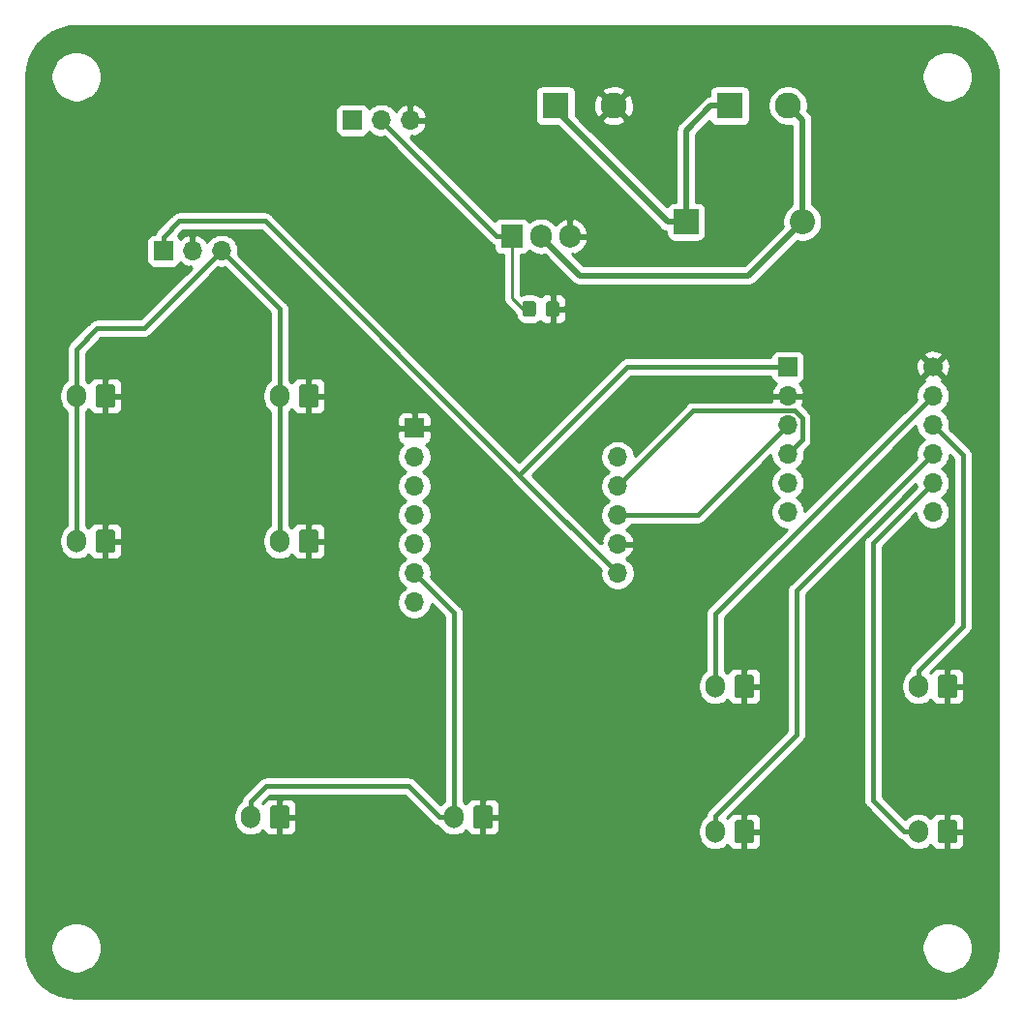
<source format=gbr>
G04 #@! TF.GenerationSoftware,KiCad,Pcbnew,(5.1.5)-3*
G04 #@! TF.CreationDate,2022-03-29T23:14:45-05:00*
G04 #@! TF.ProjectId,ThrottleReverseBrake,5468726f-7474-46c6-9552-657665727365,rev?*
G04 #@! TF.SameCoordinates,Original*
G04 #@! TF.FileFunction,Copper,L1,Top*
G04 #@! TF.FilePolarity,Positive*
%FSLAX46Y46*%
G04 Gerber Fmt 4.6, Leading zero omitted, Abs format (unit mm)*
G04 Created by KiCad (PCBNEW (5.1.5)-3) date 2022-03-29 23:14:45*
%MOMM*%
%LPD*%
G04 APERTURE LIST*
%ADD10O,1.700000X1.700000*%
%ADD11R,1.700000X1.700000*%
%ADD12C,1.700000*%
%ADD13R,2.200000X2.200000*%
%ADD14O,2.200000X2.200000*%
%ADD15C,0.100000*%
%ADD16O,1.700000X2.000000*%
%ADD17R,2.286000X2.286000*%
%ADD18C,2.286000*%
%ADD19R,1.905000X2.000000*%
%ADD20O,1.905000X2.000000*%
%ADD21C,0.508000*%
%ADD22C,0.381000*%
%ADD23C,0.254000*%
G04 APERTURE END LIST*
D10*
X143857980Y-89166700D03*
X143857980Y-86626700D03*
X143857980Y-91706700D03*
X143857980Y-94246700D03*
X143857980Y-84086700D03*
X126077980Y-96786700D03*
X126077980Y-94246700D03*
X126077980Y-91706700D03*
X126077980Y-89166700D03*
X126077980Y-86626700D03*
X126077980Y-84086700D03*
D11*
X126077980Y-81546700D03*
D10*
X171450000Y-88900000D03*
X171450000Y-83820000D03*
X171450000Y-78740000D03*
X171450000Y-81280000D03*
D12*
X171450000Y-76200000D03*
D10*
X171450000Y-86360000D03*
X158750000Y-88900000D03*
X158750000Y-86360000D03*
X158750000Y-83820000D03*
X158750000Y-81280000D03*
X158750000Y-78740000D03*
D11*
X158750000Y-76200000D03*
D13*
X149860000Y-63500000D03*
D14*
X160020000Y-63500000D03*
D11*
X104140000Y-66040000D03*
D10*
X106680000Y-66040000D03*
X109220000Y-66040000D03*
G04 #@! TA.AperFunction,ComponentPad*
D15*
G36*
X99684504Y-77741204D02*
G01*
X99708773Y-77744804D01*
X99732571Y-77750765D01*
X99755671Y-77759030D01*
X99777849Y-77769520D01*
X99798893Y-77782133D01*
X99818598Y-77796747D01*
X99836777Y-77813223D01*
X99853253Y-77831402D01*
X99867867Y-77851107D01*
X99880480Y-77872151D01*
X99890970Y-77894329D01*
X99899235Y-77917429D01*
X99905196Y-77941227D01*
X99908796Y-77965496D01*
X99910000Y-77990000D01*
X99910000Y-79490000D01*
X99908796Y-79514504D01*
X99905196Y-79538773D01*
X99899235Y-79562571D01*
X99890970Y-79585671D01*
X99880480Y-79607849D01*
X99867867Y-79628893D01*
X99853253Y-79648598D01*
X99836777Y-79666777D01*
X99818598Y-79683253D01*
X99798893Y-79697867D01*
X99777849Y-79710480D01*
X99755671Y-79720970D01*
X99732571Y-79729235D01*
X99708773Y-79735196D01*
X99684504Y-79738796D01*
X99660000Y-79740000D01*
X98460000Y-79740000D01*
X98435496Y-79738796D01*
X98411227Y-79735196D01*
X98387429Y-79729235D01*
X98364329Y-79720970D01*
X98342151Y-79710480D01*
X98321107Y-79697867D01*
X98301402Y-79683253D01*
X98283223Y-79666777D01*
X98266747Y-79648598D01*
X98252133Y-79628893D01*
X98239520Y-79607849D01*
X98229030Y-79585671D01*
X98220765Y-79562571D01*
X98214804Y-79538773D01*
X98211204Y-79514504D01*
X98210000Y-79490000D01*
X98210000Y-77990000D01*
X98211204Y-77965496D01*
X98214804Y-77941227D01*
X98220765Y-77917429D01*
X98229030Y-77894329D01*
X98239520Y-77872151D01*
X98252133Y-77851107D01*
X98266747Y-77831402D01*
X98283223Y-77813223D01*
X98301402Y-77796747D01*
X98321107Y-77782133D01*
X98342151Y-77769520D01*
X98364329Y-77759030D01*
X98387429Y-77750765D01*
X98411227Y-77744804D01*
X98435496Y-77741204D01*
X98460000Y-77740000D01*
X99660000Y-77740000D01*
X99684504Y-77741204D01*
G37*
G04 #@! TD.AperFunction*
D16*
X96520000Y-78740000D03*
X114300000Y-78740000D03*
G04 #@! TA.AperFunction,ComponentPad*
D15*
G36*
X117464504Y-77741204D02*
G01*
X117488773Y-77744804D01*
X117512571Y-77750765D01*
X117535671Y-77759030D01*
X117557849Y-77769520D01*
X117578893Y-77782133D01*
X117598598Y-77796747D01*
X117616777Y-77813223D01*
X117633253Y-77831402D01*
X117647867Y-77851107D01*
X117660480Y-77872151D01*
X117670970Y-77894329D01*
X117679235Y-77917429D01*
X117685196Y-77941227D01*
X117688796Y-77965496D01*
X117690000Y-77990000D01*
X117690000Y-79490000D01*
X117688796Y-79514504D01*
X117685196Y-79538773D01*
X117679235Y-79562571D01*
X117670970Y-79585671D01*
X117660480Y-79607849D01*
X117647867Y-79628893D01*
X117633253Y-79648598D01*
X117616777Y-79666777D01*
X117598598Y-79683253D01*
X117578893Y-79697867D01*
X117557849Y-79710480D01*
X117535671Y-79720970D01*
X117512571Y-79729235D01*
X117488773Y-79735196D01*
X117464504Y-79738796D01*
X117440000Y-79740000D01*
X116240000Y-79740000D01*
X116215496Y-79738796D01*
X116191227Y-79735196D01*
X116167429Y-79729235D01*
X116144329Y-79720970D01*
X116122151Y-79710480D01*
X116101107Y-79697867D01*
X116081402Y-79683253D01*
X116063223Y-79666777D01*
X116046747Y-79648598D01*
X116032133Y-79628893D01*
X116019520Y-79607849D01*
X116009030Y-79585671D01*
X116000765Y-79562571D01*
X115994804Y-79538773D01*
X115991204Y-79514504D01*
X115990000Y-79490000D01*
X115990000Y-77990000D01*
X115991204Y-77965496D01*
X115994804Y-77941227D01*
X116000765Y-77917429D01*
X116009030Y-77894329D01*
X116019520Y-77872151D01*
X116032133Y-77851107D01*
X116046747Y-77831402D01*
X116063223Y-77813223D01*
X116081402Y-77796747D01*
X116101107Y-77782133D01*
X116122151Y-77769520D01*
X116144329Y-77759030D01*
X116167429Y-77750765D01*
X116191227Y-77744804D01*
X116215496Y-77741204D01*
X116240000Y-77740000D01*
X117440000Y-77740000D01*
X117464504Y-77741204D01*
G37*
G04 #@! TD.AperFunction*
G04 #@! TA.AperFunction,ComponentPad*
G36*
X99684504Y-90441204D02*
G01*
X99708773Y-90444804D01*
X99732571Y-90450765D01*
X99755671Y-90459030D01*
X99777849Y-90469520D01*
X99798893Y-90482133D01*
X99818598Y-90496747D01*
X99836777Y-90513223D01*
X99853253Y-90531402D01*
X99867867Y-90551107D01*
X99880480Y-90572151D01*
X99890970Y-90594329D01*
X99899235Y-90617429D01*
X99905196Y-90641227D01*
X99908796Y-90665496D01*
X99910000Y-90690000D01*
X99910000Y-92190000D01*
X99908796Y-92214504D01*
X99905196Y-92238773D01*
X99899235Y-92262571D01*
X99890970Y-92285671D01*
X99880480Y-92307849D01*
X99867867Y-92328893D01*
X99853253Y-92348598D01*
X99836777Y-92366777D01*
X99818598Y-92383253D01*
X99798893Y-92397867D01*
X99777849Y-92410480D01*
X99755671Y-92420970D01*
X99732571Y-92429235D01*
X99708773Y-92435196D01*
X99684504Y-92438796D01*
X99660000Y-92440000D01*
X98460000Y-92440000D01*
X98435496Y-92438796D01*
X98411227Y-92435196D01*
X98387429Y-92429235D01*
X98364329Y-92420970D01*
X98342151Y-92410480D01*
X98321107Y-92397867D01*
X98301402Y-92383253D01*
X98283223Y-92366777D01*
X98266747Y-92348598D01*
X98252133Y-92328893D01*
X98239520Y-92307849D01*
X98229030Y-92285671D01*
X98220765Y-92262571D01*
X98214804Y-92238773D01*
X98211204Y-92214504D01*
X98210000Y-92190000D01*
X98210000Y-90690000D01*
X98211204Y-90665496D01*
X98214804Y-90641227D01*
X98220765Y-90617429D01*
X98229030Y-90594329D01*
X98239520Y-90572151D01*
X98252133Y-90551107D01*
X98266747Y-90531402D01*
X98283223Y-90513223D01*
X98301402Y-90496747D01*
X98321107Y-90482133D01*
X98342151Y-90469520D01*
X98364329Y-90459030D01*
X98387429Y-90450765D01*
X98411227Y-90444804D01*
X98435496Y-90441204D01*
X98460000Y-90440000D01*
X99660000Y-90440000D01*
X99684504Y-90441204D01*
G37*
G04 #@! TD.AperFunction*
D16*
X96520000Y-91440000D03*
X114300000Y-91440000D03*
G04 #@! TA.AperFunction,ComponentPad*
D15*
G36*
X117464504Y-90441204D02*
G01*
X117488773Y-90444804D01*
X117512571Y-90450765D01*
X117535671Y-90459030D01*
X117557849Y-90469520D01*
X117578893Y-90482133D01*
X117598598Y-90496747D01*
X117616777Y-90513223D01*
X117633253Y-90531402D01*
X117647867Y-90551107D01*
X117660480Y-90572151D01*
X117670970Y-90594329D01*
X117679235Y-90617429D01*
X117685196Y-90641227D01*
X117688796Y-90665496D01*
X117690000Y-90690000D01*
X117690000Y-92190000D01*
X117688796Y-92214504D01*
X117685196Y-92238773D01*
X117679235Y-92262571D01*
X117670970Y-92285671D01*
X117660480Y-92307849D01*
X117647867Y-92328893D01*
X117633253Y-92348598D01*
X117616777Y-92366777D01*
X117598598Y-92383253D01*
X117578893Y-92397867D01*
X117557849Y-92410480D01*
X117535671Y-92420970D01*
X117512571Y-92429235D01*
X117488773Y-92435196D01*
X117464504Y-92438796D01*
X117440000Y-92440000D01*
X116240000Y-92440000D01*
X116215496Y-92438796D01*
X116191227Y-92435196D01*
X116167429Y-92429235D01*
X116144329Y-92420970D01*
X116122151Y-92410480D01*
X116101107Y-92397867D01*
X116081402Y-92383253D01*
X116063223Y-92366777D01*
X116046747Y-92348598D01*
X116032133Y-92328893D01*
X116019520Y-92307849D01*
X116009030Y-92285671D01*
X116000765Y-92262571D01*
X115994804Y-92238773D01*
X115991204Y-92214504D01*
X115990000Y-92190000D01*
X115990000Y-90690000D01*
X115991204Y-90665496D01*
X115994804Y-90641227D01*
X116000765Y-90617429D01*
X116009030Y-90594329D01*
X116019520Y-90572151D01*
X116032133Y-90551107D01*
X116046747Y-90531402D01*
X116063223Y-90513223D01*
X116081402Y-90496747D01*
X116101107Y-90482133D01*
X116122151Y-90469520D01*
X116144329Y-90459030D01*
X116167429Y-90450765D01*
X116191227Y-90444804D01*
X116215496Y-90441204D01*
X116240000Y-90440000D01*
X117440000Y-90440000D01*
X117464504Y-90441204D01*
G37*
G04 #@! TD.AperFunction*
D16*
X170180000Y-104140000D03*
G04 #@! TA.AperFunction,ComponentPad*
D15*
G36*
X173344504Y-103141204D02*
G01*
X173368773Y-103144804D01*
X173392571Y-103150765D01*
X173415671Y-103159030D01*
X173437849Y-103169520D01*
X173458893Y-103182133D01*
X173478598Y-103196747D01*
X173496777Y-103213223D01*
X173513253Y-103231402D01*
X173527867Y-103251107D01*
X173540480Y-103272151D01*
X173550970Y-103294329D01*
X173559235Y-103317429D01*
X173565196Y-103341227D01*
X173568796Y-103365496D01*
X173570000Y-103390000D01*
X173570000Y-104890000D01*
X173568796Y-104914504D01*
X173565196Y-104938773D01*
X173559235Y-104962571D01*
X173550970Y-104985671D01*
X173540480Y-105007849D01*
X173527867Y-105028893D01*
X173513253Y-105048598D01*
X173496777Y-105066777D01*
X173478598Y-105083253D01*
X173458893Y-105097867D01*
X173437849Y-105110480D01*
X173415671Y-105120970D01*
X173392571Y-105129235D01*
X173368773Y-105135196D01*
X173344504Y-105138796D01*
X173320000Y-105140000D01*
X172120000Y-105140000D01*
X172095496Y-105138796D01*
X172071227Y-105135196D01*
X172047429Y-105129235D01*
X172024329Y-105120970D01*
X172002151Y-105110480D01*
X171981107Y-105097867D01*
X171961402Y-105083253D01*
X171943223Y-105066777D01*
X171926747Y-105048598D01*
X171912133Y-105028893D01*
X171899520Y-105007849D01*
X171889030Y-104985671D01*
X171880765Y-104962571D01*
X171874804Y-104938773D01*
X171871204Y-104914504D01*
X171870000Y-104890000D01*
X171870000Y-103390000D01*
X171871204Y-103365496D01*
X171874804Y-103341227D01*
X171880765Y-103317429D01*
X171889030Y-103294329D01*
X171899520Y-103272151D01*
X171912133Y-103251107D01*
X171926747Y-103231402D01*
X171943223Y-103213223D01*
X171961402Y-103196747D01*
X171981107Y-103182133D01*
X172002151Y-103169520D01*
X172024329Y-103159030D01*
X172047429Y-103150765D01*
X172071227Y-103144804D01*
X172095496Y-103141204D01*
X172120000Y-103140000D01*
X173320000Y-103140000D01*
X173344504Y-103141204D01*
G37*
G04 #@! TD.AperFunction*
D16*
X170180000Y-116840000D03*
G04 #@! TA.AperFunction,ComponentPad*
D15*
G36*
X173344504Y-115841204D02*
G01*
X173368773Y-115844804D01*
X173392571Y-115850765D01*
X173415671Y-115859030D01*
X173437849Y-115869520D01*
X173458893Y-115882133D01*
X173478598Y-115896747D01*
X173496777Y-115913223D01*
X173513253Y-115931402D01*
X173527867Y-115951107D01*
X173540480Y-115972151D01*
X173550970Y-115994329D01*
X173559235Y-116017429D01*
X173565196Y-116041227D01*
X173568796Y-116065496D01*
X173570000Y-116090000D01*
X173570000Y-117590000D01*
X173568796Y-117614504D01*
X173565196Y-117638773D01*
X173559235Y-117662571D01*
X173550970Y-117685671D01*
X173540480Y-117707849D01*
X173527867Y-117728893D01*
X173513253Y-117748598D01*
X173496777Y-117766777D01*
X173478598Y-117783253D01*
X173458893Y-117797867D01*
X173437849Y-117810480D01*
X173415671Y-117820970D01*
X173392571Y-117829235D01*
X173368773Y-117835196D01*
X173344504Y-117838796D01*
X173320000Y-117840000D01*
X172120000Y-117840000D01*
X172095496Y-117838796D01*
X172071227Y-117835196D01*
X172047429Y-117829235D01*
X172024329Y-117820970D01*
X172002151Y-117810480D01*
X171981107Y-117797867D01*
X171961402Y-117783253D01*
X171943223Y-117766777D01*
X171926747Y-117748598D01*
X171912133Y-117728893D01*
X171899520Y-117707849D01*
X171889030Y-117685671D01*
X171880765Y-117662571D01*
X171874804Y-117638773D01*
X171871204Y-117614504D01*
X171870000Y-117590000D01*
X171870000Y-116090000D01*
X171871204Y-116065496D01*
X171874804Y-116041227D01*
X171880765Y-116017429D01*
X171889030Y-115994329D01*
X171899520Y-115972151D01*
X171912133Y-115951107D01*
X171926747Y-115931402D01*
X171943223Y-115913223D01*
X171961402Y-115896747D01*
X171981107Y-115882133D01*
X172002151Y-115869520D01*
X172024329Y-115859030D01*
X172047429Y-115850765D01*
X172071227Y-115844804D01*
X172095496Y-115841204D01*
X172120000Y-115840000D01*
X173320000Y-115840000D01*
X173344504Y-115841204D01*
G37*
G04 #@! TD.AperFunction*
G04 #@! TA.AperFunction,ComponentPad*
G36*
X155564504Y-103141204D02*
G01*
X155588773Y-103144804D01*
X155612571Y-103150765D01*
X155635671Y-103159030D01*
X155657849Y-103169520D01*
X155678893Y-103182133D01*
X155698598Y-103196747D01*
X155716777Y-103213223D01*
X155733253Y-103231402D01*
X155747867Y-103251107D01*
X155760480Y-103272151D01*
X155770970Y-103294329D01*
X155779235Y-103317429D01*
X155785196Y-103341227D01*
X155788796Y-103365496D01*
X155790000Y-103390000D01*
X155790000Y-104890000D01*
X155788796Y-104914504D01*
X155785196Y-104938773D01*
X155779235Y-104962571D01*
X155770970Y-104985671D01*
X155760480Y-105007849D01*
X155747867Y-105028893D01*
X155733253Y-105048598D01*
X155716777Y-105066777D01*
X155698598Y-105083253D01*
X155678893Y-105097867D01*
X155657849Y-105110480D01*
X155635671Y-105120970D01*
X155612571Y-105129235D01*
X155588773Y-105135196D01*
X155564504Y-105138796D01*
X155540000Y-105140000D01*
X154340000Y-105140000D01*
X154315496Y-105138796D01*
X154291227Y-105135196D01*
X154267429Y-105129235D01*
X154244329Y-105120970D01*
X154222151Y-105110480D01*
X154201107Y-105097867D01*
X154181402Y-105083253D01*
X154163223Y-105066777D01*
X154146747Y-105048598D01*
X154132133Y-105028893D01*
X154119520Y-105007849D01*
X154109030Y-104985671D01*
X154100765Y-104962571D01*
X154094804Y-104938773D01*
X154091204Y-104914504D01*
X154090000Y-104890000D01*
X154090000Y-103390000D01*
X154091204Y-103365496D01*
X154094804Y-103341227D01*
X154100765Y-103317429D01*
X154109030Y-103294329D01*
X154119520Y-103272151D01*
X154132133Y-103251107D01*
X154146747Y-103231402D01*
X154163223Y-103213223D01*
X154181402Y-103196747D01*
X154201107Y-103182133D01*
X154222151Y-103169520D01*
X154244329Y-103159030D01*
X154267429Y-103150765D01*
X154291227Y-103144804D01*
X154315496Y-103141204D01*
X154340000Y-103140000D01*
X155540000Y-103140000D01*
X155564504Y-103141204D01*
G37*
G04 #@! TD.AperFunction*
D16*
X152400000Y-104140000D03*
G04 #@! TA.AperFunction,ComponentPad*
D15*
G36*
X155564504Y-115841204D02*
G01*
X155588773Y-115844804D01*
X155612571Y-115850765D01*
X155635671Y-115859030D01*
X155657849Y-115869520D01*
X155678893Y-115882133D01*
X155698598Y-115896747D01*
X155716777Y-115913223D01*
X155733253Y-115931402D01*
X155747867Y-115951107D01*
X155760480Y-115972151D01*
X155770970Y-115994329D01*
X155779235Y-116017429D01*
X155785196Y-116041227D01*
X155788796Y-116065496D01*
X155790000Y-116090000D01*
X155790000Y-117590000D01*
X155788796Y-117614504D01*
X155785196Y-117638773D01*
X155779235Y-117662571D01*
X155770970Y-117685671D01*
X155760480Y-117707849D01*
X155747867Y-117728893D01*
X155733253Y-117748598D01*
X155716777Y-117766777D01*
X155698598Y-117783253D01*
X155678893Y-117797867D01*
X155657849Y-117810480D01*
X155635671Y-117820970D01*
X155612571Y-117829235D01*
X155588773Y-117835196D01*
X155564504Y-117838796D01*
X155540000Y-117840000D01*
X154340000Y-117840000D01*
X154315496Y-117838796D01*
X154291227Y-117835196D01*
X154267429Y-117829235D01*
X154244329Y-117820970D01*
X154222151Y-117810480D01*
X154201107Y-117797867D01*
X154181402Y-117783253D01*
X154163223Y-117766777D01*
X154146747Y-117748598D01*
X154132133Y-117728893D01*
X154119520Y-117707849D01*
X154109030Y-117685671D01*
X154100765Y-117662571D01*
X154094804Y-117638773D01*
X154091204Y-117614504D01*
X154090000Y-117590000D01*
X154090000Y-116090000D01*
X154091204Y-116065496D01*
X154094804Y-116041227D01*
X154100765Y-116017429D01*
X154109030Y-115994329D01*
X154119520Y-115972151D01*
X154132133Y-115951107D01*
X154146747Y-115931402D01*
X154163223Y-115913223D01*
X154181402Y-115896747D01*
X154201107Y-115882133D01*
X154222151Y-115869520D01*
X154244329Y-115859030D01*
X154267429Y-115850765D01*
X154291227Y-115844804D01*
X154315496Y-115841204D01*
X154340000Y-115840000D01*
X155540000Y-115840000D01*
X155564504Y-115841204D01*
G37*
G04 #@! TD.AperFunction*
D16*
X152400000Y-116840000D03*
D17*
X153670000Y-53340000D03*
D18*
X158750000Y-53340000D03*
D10*
X125730000Y-54610000D03*
X123190000Y-54610000D03*
D11*
X120650000Y-54610000D03*
D18*
X143510000Y-53340000D03*
D17*
X138430000Y-53340000D03*
G04 #@! TA.AperFunction,ComponentPad*
D15*
G36*
X132704504Y-114571204D02*
G01*
X132728773Y-114574804D01*
X132752571Y-114580765D01*
X132775671Y-114589030D01*
X132797849Y-114599520D01*
X132818893Y-114612133D01*
X132838598Y-114626747D01*
X132856777Y-114643223D01*
X132873253Y-114661402D01*
X132887867Y-114681107D01*
X132900480Y-114702151D01*
X132910970Y-114724329D01*
X132919235Y-114747429D01*
X132925196Y-114771227D01*
X132928796Y-114795496D01*
X132930000Y-114820000D01*
X132930000Y-116320000D01*
X132928796Y-116344504D01*
X132925196Y-116368773D01*
X132919235Y-116392571D01*
X132910970Y-116415671D01*
X132900480Y-116437849D01*
X132887867Y-116458893D01*
X132873253Y-116478598D01*
X132856777Y-116496777D01*
X132838598Y-116513253D01*
X132818893Y-116527867D01*
X132797849Y-116540480D01*
X132775671Y-116550970D01*
X132752571Y-116559235D01*
X132728773Y-116565196D01*
X132704504Y-116568796D01*
X132680000Y-116570000D01*
X131480000Y-116570000D01*
X131455496Y-116568796D01*
X131431227Y-116565196D01*
X131407429Y-116559235D01*
X131384329Y-116550970D01*
X131362151Y-116540480D01*
X131341107Y-116527867D01*
X131321402Y-116513253D01*
X131303223Y-116496777D01*
X131286747Y-116478598D01*
X131272133Y-116458893D01*
X131259520Y-116437849D01*
X131249030Y-116415671D01*
X131240765Y-116392571D01*
X131234804Y-116368773D01*
X131231204Y-116344504D01*
X131230000Y-116320000D01*
X131230000Y-114820000D01*
X131231204Y-114795496D01*
X131234804Y-114771227D01*
X131240765Y-114747429D01*
X131249030Y-114724329D01*
X131259520Y-114702151D01*
X131272133Y-114681107D01*
X131286747Y-114661402D01*
X131303223Y-114643223D01*
X131321402Y-114626747D01*
X131341107Y-114612133D01*
X131362151Y-114599520D01*
X131384329Y-114589030D01*
X131407429Y-114580765D01*
X131431227Y-114574804D01*
X131455496Y-114571204D01*
X131480000Y-114570000D01*
X132680000Y-114570000D01*
X132704504Y-114571204D01*
G37*
G04 #@! TD.AperFunction*
D16*
X129540000Y-115570000D03*
X111760000Y-115570000D03*
G04 #@! TA.AperFunction,ComponentPad*
D15*
G36*
X114924504Y-114571204D02*
G01*
X114948773Y-114574804D01*
X114972571Y-114580765D01*
X114995671Y-114589030D01*
X115017849Y-114599520D01*
X115038893Y-114612133D01*
X115058598Y-114626747D01*
X115076777Y-114643223D01*
X115093253Y-114661402D01*
X115107867Y-114681107D01*
X115120480Y-114702151D01*
X115130970Y-114724329D01*
X115139235Y-114747429D01*
X115145196Y-114771227D01*
X115148796Y-114795496D01*
X115150000Y-114820000D01*
X115150000Y-116320000D01*
X115148796Y-116344504D01*
X115145196Y-116368773D01*
X115139235Y-116392571D01*
X115130970Y-116415671D01*
X115120480Y-116437849D01*
X115107867Y-116458893D01*
X115093253Y-116478598D01*
X115076777Y-116496777D01*
X115058598Y-116513253D01*
X115038893Y-116527867D01*
X115017849Y-116540480D01*
X114995671Y-116550970D01*
X114972571Y-116559235D01*
X114948773Y-116565196D01*
X114924504Y-116568796D01*
X114900000Y-116570000D01*
X113700000Y-116570000D01*
X113675496Y-116568796D01*
X113651227Y-116565196D01*
X113627429Y-116559235D01*
X113604329Y-116550970D01*
X113582151Y-116540480D01*
X113561107Y-116527867D01*
X113541402Y-116513253D01*
X113523223Y-116496777D01*
X113506747Y-116478598D01*
X113492133Y-116458893D01*
X113479520Y-116437849D01*
X113469030Y-116415671D01*
X113460765Y-116392571D01*
X113454804Y-116368773D01*
X113451204Y-116344504D01*
X113450000Y-116320000D01*
X113450000Y-114820000D01*
X113451204Y-114795496D01*
X113454804Y-114771227D01*
X113460765Y-114747429D01*
X113469030Y-114724329D01*
X113479520Y-114702151D01*
X113492133Y-114681107D01*
X113506747Y-114661402D01*
X113523223Y-114643223D01*
X113541402Y-114626747D01*
X113561107Y-114612133D01*
X113582151Y-114599520D01*
X113604329Y-114589030D01*
X113627429Y-114580765D01*
X113651227Y-114574804D01*
X113675496Y-114571204D01*
X113700000Y-114570000D01*
X114900000Y-114570000D01*
X114924504Y-114571204D01*
G37*
G04 #@! TD.AperFunction*
D19*
X134620000Y-64770000D03*
D20*
X137160000Y-64770000D03*
X139700000Y-64770000D03*
G04 #@! TA.AperFunction,SMDPad,CuDef*
D15*
G36*
X136484505Y-70421204D02*
G01*
X136508773Y-70424804D01*
X136532572Y-70430765D01*
X136555671Y-70439030D01*
X136577850Y-70449520D01*
X136598893Y-70462132D01*
X136618599Y-70476747D01*
X136636777Y-70493223D01*
X136653253Y-70511401D01*
X136667868Y-70531107D01*
X136680480Y-70552150D01*
X136690970Y-70574329D01*
X136699235Y-70597428D01*
X136705196Y-70621227D01*
X136708796Y-70645495D01*
X136710000Y-70669999D01*
X136710000Y-71570001D01*
X136708796Y-71594505D01*
X136705196Y-71618773D01*
X136699235Y-71642572D01*
X136690970Y-71665671D01*
X136680480Y-71687850D01*
X136667868Y-71708893D01*
X136653253Y-71728599D01*
X136636777Y-71746777D01*
X136618599Y-71763253D01*
X136598893Y-71777868D01*
X136577850Y-71790480D01*
X136555671Y-71800970D01*
X136532572Y-71809235D01*
X136508773Y-71815196D01*
X136484505Y-71818796D01*
X136460001Y-71820000D01*
X135809999Y-71820000D01*
X135785495Y-71818796D01*
X135761227Y-71815196D01*
X135737428Y-71809235D01*
X135714329Y-71800970D01*
X135692150Y-71790480D01*
X135671107Y-71777868D01*
X135651401Y-71763253D01*
X135633223Y-71746777D01*
X135616747Y-71728599D01*
X135602132Y-71708893D01*
X135589520Y-71687850D01*
X135579030Y-71665671D01*
X135570765Y-71642572D01*
X135564804Y-71618773D01*
X135561204Y-71594505D01*
X135560000Y-71570001D01*
X135560000Y-70669999D01*
X135561204Y-70645495D01*
X135564804Y-70621227D01*
X135570765Y-70597428D01*
X135579030Y-70574329D01*
X135589520Y-70552150D01*
X135602132Y-70531107D01*
X135616747Y-70511401D01*
X135633223Y-70493223D01*
X135651401Y-70476747D01*
X135671107Y-70462132D01*
X135692150Y-70449520D01*
X135714329Y-70439030D01*
X135737428Y-70430765D01*
X135761227Y-70424804D01*
X135785495Y-70421204D01*
X135809999Y-70420000D01*
X136460001Y-70420000D01*
X136484505Y-70421204D01*
G37*
G04 #@! TD.AperFunction*
G04 #@! TA.AperFunction,SMDPad,CuDef*
G36*
X138534505Y-70421204D02*
G01*
X138558773Y-70424804D01*
X138582572Y-70430765D01*
X138605671Y-70439030D01*
X138627850Y-70449520D01*
X138648893Y-70462132D01*
X138668599Y-70476747D01*
X138686777Y-70493223D01*
X138703253Y-70511401D01*
X138717868Y-70531107D01*
X138730480Y-70552150D01*
X138740970Y-70574329D01*
X138749235Y-70597428D01*
X138755196Y-70621227D01*
X138758796Y-70645495D01*
X138760000Y-70669999D01*
X138760000Y-71570001D01*
X138758796Y-71594505D01*
X138755196Y-71618773D01*
X138749235Y-71642572D01*
X138740970Y-71665671D01*
X138730480Y-71687850D01*
X138717868Y-71708893D01*
X138703253Y-71728599D01*
X138686777Y-71746777D01*
X138668599Y-71763253D01*
X138648893Y-71777868D01*
X138627850Y-71790480D01*
X138605671Y-71800970D01*
X138582572Y-71809235D01*
X138558773Y-71815196D01*
X138534505Y-71818796D01*
X138510001Y-71820000D01*
X137859999Y-71820000D01*
X137835495Y-71818796D01*
X137811227Y-71815196D01*
X137787428Y-71809235D01*
X137764329Y-71800970D01*
X137742150Y-71790480D01*
X137721107Y-71777868D01*
X137701401Y-71763253D01*
X137683223Y-71746777D01*
X137666747Y-71728599D01*
X137652132Y-71708893D01*
X137639520Y-71687850D01*
X137629030Y-71665671D01*
X137620765Y-71642572D01*
X137614804Y-71618773D01*
X137611204Y-71594505D01*
X137610000Y-71570001D01*
X137610000Y-70669999D01*
X137611204Y-70645495D01*
X137614804Y-70621227D01*
X137620765Y-70597428D01*
X137629030Y-70574329D01*
X137639520Y-70552150D01*
X137652132Y-70531107D01*
X137666747Y-70511401D01*
X137683223Y-70493223D01*
X137701401Y-70476747D01*
X137721107Y-70462132D01*
X137742150Y-70449520D01*
X137764329Y-70439030D01*
X137787428Y-70430765D01*
X137811227Y-70424804D01*
X137835495Y-70421204D01*
X137859999Y-70420000D01*
X138510001Y-70420000D01*
X138534505Y-70421204D01*
G37*
G04 #@! TD.AperFunction*
D21*
X152019000Y-53340000D02*
X153670000Y-53340000D01*
X149860000Y-55499000D02*
X152019000Y-53340000D01*
X149860000Y-63500000D02*
X149860000Y-55499000D01*
X138430000Y-53678000D02*
X138430000Y-53340000D01*
X148252000Y-63500000D02*
X138430000Y-53678000D01*
X149860000Y-63500000D02*
X148252000Y-63500000D01*
X137160000Y-64817500D02*
X140541500Y-68199000D01*
X137160000Y-64770000D02*
X137160000Y-64817500D01*
X155321000Y-68199000D02*
X160020000Y-63500000D01*
X140541500Y-68199000D02*
X155321000Y-68199000D01*
X160020000Y-54610000D02*
X158750000Y-53340000D01*
X160020000Y-63500000D02*
X160020000Y-54610000D01*
D22*
X104140000Y-64809000D02*
X104140000Y-66040000D01*
X105527740Y-63421260D02*
X104140000Y-64809000D01*
X113032540Y-63421260D02*
X105527740Y-63421260D01*
X144675860Y-76200000D02*
X135224520Y-85651340D01*
X158750000Y-76200000D02*
X144675860Y-76200000D01*
X143857980Y-94246700D02*
X135224520Y-85651340D01*
X135224520Y-85651340D02*
X113032540Y-63421260D01*
X96520000Y-90059000D02*
X96520000Y-78740000D01*
X96520000Y-91440000D02*
X96520000Y-90059000D01*
X114300000Y-90059000D02*
X114300000Y-78740000D01*
X114300000Y-91440000D02*
X114300000Y-90059000D01*
X114300000Y-71120000D02*
X114300000Y-78740000D01*
X109220000Y-66040000D02*
X114300000Y-71120000D01*
X109220000Y-66040000D02*
X102435660Y-72824340D01*
X102435660Y-72824340D02*
X98333560Y-72824340D01*
X96520000Y-74637900D02*
X96520000Y-78740000D01*
X98333560Y-72824340D02*
X96520000Y-74637900D01*
X171450000Y-81280000D02*
X174078900Y-83908900D01*
X170180000Y-102759000D02*
X170180000Y-104140000D01*
X174078900Y-98860100D02*
X170180000Y-102759000D01*
X174078900Y-83908900D02*
X174078900Y-98860100D01*
X171450000Y-86360000D02*
X166215060Y-91594940D01*
X168949000Y-116840000D02*
X170180000Y-116840000D01*
X166215060Y-114106060D02*
X168949000Y-116840000D01*
X166215060Y-91594940D02*
X166215060Y-114106060D01*
X152400000Y-97790000D02*
X152400000Y-104140000D01*
X171450000Y-78740000D02*
X152400000Y-97790000D01*
X171450000Y-83820000D02*
X159527240Y-95742760D01*
X152400000Y-115459000D02*
X152400000Y-116840000D01*
X159527240Y-108331760D02*
X152400000Y-115459000D01*
X159527240Y-95742760D02*
X159527240Y-108331760D01*
D23*
X135560000Y-71120000D02*
X136135000Y-71120000D01*
X134620000Y-64770000D02*
X134620000Y-70180000D01*
X134620000Y-70180000D02*
X135560000Y-71120000D01*
D22*
X123190000Y-54673500D02*
X123190000Y-54610000D01*
X133286500Y-64770000D02*
X123190000Y-54673500D01*
X134620000Y-64770000D02*
X133286500Y-64770000D01*
X129540000Y-97708720D02*
X129540000Y-115570000D01*
X126077980Y-94246700D02*
X129540000Y-97708720D01*
X128309000Y-115570000D02*
X125601360Y-112862360D01*
X129540000Y-115570000D02*
X128309000Y-115570000D01*
X111760000Y-114189000D02*
X111760000Y-115570000D01*
X113086640Y-112862360D02*
X111760000Y-114189000D01*
X125601360Y-112862360D02*
X113086640Y-112862360D01*
X150863300Y-89166700D02*
X158750000Y-81280000D01*
X143857980Y-89166700D02*
X150863300Y-89166700D01*
X144707979Y-85776701D02*
X143857980Y-86626700D01*
X150445181Y-80039499D02*
X144707979Y-85776701D01*
X159345441Y-80039499D02*
X150445181Y-80039499D01*
X159990501Y-80684559D02*
X159345441Y-80039499D01*
X159990501Y-82579499D02*
X159990501Y-80684559D01*
X158750000Y-83820000D02*
X159990501Y-82579499D01*
D23*
G36*
X173502249Y-46452437D02*
G01*
X174259774Y-46659672D01*
X174968625Y-46997777D01*
X175606404Y-47456067D01*
X176152946Y-48020055D01*
X176590977Y-48671913D01*
X176906651Y-49391038D01*
X177091206Y-50159768D01*
X177140001Y-50824221D01*
X177140000Y-126970608D01*
X177067563Y-127782249D01*
X176860328Y-128539774D01*
X176522221Y-129248627D01*
X176063928Y-129886410D01*
X175499945Y-130432946D01*
X174848085Y-130870978D01*
X174128963Y-131186651D01*
X173360232Y-131371206D01*
X172695792Y-131420000D01*
X96549392Y-131420000D01*
X95737751Y-131347563D01*
X94980226Y-131140328D01*
X94271373Y-130802221D01*
X93633590Y-130343928D01*
X93087054Y-129779945D01*
X92649022Y-129128085D01*
X92333349Y-128408963D01*
X92148794Y-127640232D01*
X92100000Y-126975792D01*
X92100000Y-126779872D01*
X94285000Y-126779872D01*
X94285000Y-127220128D01*
X94370890Y-127651925D01*
X94539369Y-128058669D01*
X94783962Y-128424729D01*
X95095271Y-128736038D01*
X95461331Y-128980631D01*
X95868075Y-129149110D01*
X96299872Y-129235000D01*
X96740128Y-129235000D01*
X97171925Y-129149110D01*
X97578669Y-128980631D01*
X97944729Y-128736038D01*
X98256038Y-128424729D01*
X98500631Y-128058669D01*
X98669110Y-127651925D01*
X98755000Y-127220128D01*
X98755000Y-126779872D01*
X170485000Y-126779872D01*
X170485000Y-127220128D01*
X170570890Y-127651925D01*
X170739369Y-128058669D01*
X170983962Y-128424729D01*
X171295271Y-128736038D01*
X171661331Y-128980631D01*
X172068075Y-129149110D01*
X172499872Y-129235000D01*
X172940128Y-129235000D01*
X173371925Y-129149110D01*
X173778669Y-128980631D01*
X174144729Y-128736038D01*
X174456038Y-128424729D01*
X174700631Y-128058669D01*
X174869110Y-127651925D01*
X174955000Y-127220128D01*
X174955000Y-126779872D01*
X174869110Y-126348075D01*
X174700631Y-125941331D01*
X174456038Y-125575271D01*
X174144729Y-125263962D01*
X173778669Y-125019369D01*
X173371925Y-124850890D01*
X172940128Y-124765000D01*
X172499872Y-124765000D01*
X172068075Y-124850890D01*
X171661331Y-125019369D01*
X171295271Y-125263962D01*
X170983962Y-125575271D01*
X170739369Y-125941331D01*
X170570890Y-126348075D01*
X170485000Y-126779872D01*
X98755000Y-126779872D01*
X98669110Y-126348075D01*
X98500631Y-125941331D01*
X98256038Y-125575271D01*
X97944729Y-125263962D01*
X97578669Y-125019369D01*
X97171925Y-124850890D01*
X96740128Y-124765000D01*
X96299872Y-124765000D01*
X95868075Y-124850890D01*
X95461331Y-125019369D01*
X95095271Y-125263962D01*
X94783962Y-125575271D01*
X94539369Y-125941331D01*
X94370890Y-126348075D01*
X94285000Y-126779872D01*
X92100000Y-126779872D01*
X92100000Y-115347050D01*
X110275000Y-115347050D01*
X110275000Y-115792949D01*
X110296487Y-116011110D01*
X110381401Y-116291033D01*
X110519294Y-116549013D01*
X110704866Y-116775134D01*
X110930986Y-116960706D01*
X111188966Y-117098599D01*
X111468889Y-117183513D01*
X111760000Y-117212185D01*
X112051110Y-117183513D01*
X112331033Y-117098599D01*
X112589013Y-116960706D01*
X112815134Y-116775134D01*
X112839607Y-116745313D01*
X112860498Y-116814180D01*
X112919463Y-116924494D01*
X112998815Y-117021185D01*
X113095506Y-117100537D01*
X113205820Y-117159502D01*
X113325518Y-117195812D01*
X113450000Y-117208072D01*
X114014250Y-117205000D01*
X114173000Y-117046250D01*
X114173000Y-115697000D01*
X114427000Y-115697000D01*
X114427000Y-117046250D01*
X114585750Y-117205000D01*
X115150000Y-117208072D01*
X115274482Y-117195812D01*
X115394180Y-117159502D01*
X115504494Y-117100537D01*
X115601185Y-117021185D01*
X115680537Y-116924494D01*
X115739502Y-116814180D01*
X115775812Y-116694482D01*
X115788072Y-116570000D01*
X115785000Y-115855750D01*
X115626250Y-115697000D01*
X114427000Y-115697000D01*
X114173000Y-115697000D01*
X114153000Y-115697000D01*
X114153000Y-115443000D01*
X114173000Y-115443000D01*
X114173000Y-114093750D01*
X114427000Y-114093750D01*
X114427000Y-115443000D01*
X115626250Y-115443000D01*
X115785000Y-115284250D01*
X115788072Y-114570000D01*
X115775812Y-114445518D01*
X115739502Y-114325820D01*
X115680537Y-114215506D01*
X115601185Y-114118815D01*
X115504494Y-114039463D01*
X115394180Y-113980498D01*
X115274482Y-113944188D01*
X115150000Y-113931928D01*
X114585750Y-113935000D01*
X114427000Y-114093750D01*
X114173000Y-114093750D01*
X114014250Y-113935000D01*
X113450000Y-113931928D01*
X113325518Y-113944188D01*
X113205820Y-113980498D01*
X113095506Y-114039463D01*
X112998815Y-114118815D01*
X112919463Y-114215506D01*
X112860498Y-114325820D01*
X112839607Y-114394687D01*
X112815134Y-114364866D01*
X112780220Y-114336213D01*
X113428573Y-113687860D01*
X125259428Y-113687860D01*
X127696606Y-116125039D01*
X127722459Y-116156541D01*
X127786596Y-116209177D01*
X127848157Y-116259699D01*
X127895414Y-116284958D01*
X127991566Y-116336353D01*
X128147174Y-116383556D01*
X128214394Y-116390176D01*
X128299294Y-116549013D01*
X128484866Y-116775134D01*
X128710986Y-116960706D01*
X128968966Y-117098599D01*
X129248889Y-117183513D01*
X129540000Y-117212185D01*
X129831110Y-117183513D01*
X130111033Y-117098599D01*
X130369013Y-116960706D01*
X130595134Y-116775134D01*
X130619607Y-116745313D01*
X130640498Y-116814180D01*
X130699463Y-116924494D01*
X130778815Y-117021185D01*
X130875506Y-117100537D01*
X130985820Y-117159502D01*
X131105518Y-117195812D01*
X131230000Y-117208072D01*
X131794250Y-117205000D01*
X131953000Y-117046250D01*
X131953000Y-115697000D01*
X132207000Y-115697000D01*
X132207000Y-117046250D01*
X132365750Y-117205000D01*
X132930000Y-117208072D01*
X133054482Y-117195812D01*
X133174180Y-117159502D01*
X133284494Y-117100537D01*
X133381185Y-117021185D01*
X133460537Y-116924494D01*
X133519502Y-116814180D01*
X133555812Y-116694482D01*
X133568072Y-116570000D01*
X133565000Y-115855750D01*
X133406250Y-115697000D01*
X132207000Y-115697000D01*
X131953000Y-115697000D01*
X131933000Y-115697000D01*
X131933000Y-115443000D01*
X131953000Y-115443000D01*
X131953000Y-114093750D01*
X132207000Y-114093750D01*
X132207000Y-115443000D01*
X133406250Y-115443000D01*
X133565000Y-115284250D01*
X133568072Y-114570000D01*
X133555812Y-114445518D01*
X133519502Y-114325820D01*
X133460537Y-114215506D01*
X133381185Y-114118815D01*
X133284494Y-114039463D01*
X133174180Y-113980498D01*
X133054482Y-113944188D01*
X132930000Y-113931928D01*
X132365750Y-113935000D01*
X132207000Y-114093750D01*
X131953000Y-114093750D01*
X131794250Y-113935000D01*
X131230000Y-113931928D01*
X131105518Y-113944188D01*
X130985820Y-113980498D01*
X130875506Y-114039463D01*
X130778815Y-114118815D01*
X130699463Y-114215506D01*
X130640498Y-114325820D01*
X130619607Y-114394687D01*
X130595134Y-114364866D01*
X130369014Y-114179294D01*
X130365500Y-114177416D01*
X130365500Y-97749270D01*
X130369494Y-97708720D01*
X130361561Y-97628174D01*
X130353556Y-97546894D01*
X130306353Y-97391286D01*
X130229700Y-97247879D01*
X130229699Y-97247877D01*
X130152392Y-97153678D01*
X130152389Y-97153675D01*
X130126541Y-97122179D01*
X130095046Y-97096332D01*
X127534558Y-94535846D01*
X127562980Y-94392960D01*
X127562980Y-94100440D01*
X127505912Y-93813542D01*
X127393970Y-93543289D01*
X127231455Y-93300068D01*
X127024612Y-93093225D01*
X126850220Y-92976700D01*
X127024612Y-92860175D01*
X127231455Y-92653332D01*
X127393970Y-92410111D01*
X127505912Y-92139858D01*
X127562980Y-91852960D01*
X127562980Y-91560440D01*
X127505912Y-91273542D01*
X127393970Y-91003289D01*
X127231455Y-90760068D01*
X127024612Y-90553225D01*
X126850220Y-90436700D01*
X127024612Y-90320175D01*
X127231455Y-90113332D01*
X127393970Y-89870111D01*
X127505912Y-89599858D01*
X127562980Y-89312960D01*
X127562980Y-89020440D01*
X127505912Y-88733542D01*
X127393970Y-88463289D01*
X127231455Y-88220068D01*
X127024612Y-88013225D01*
X126850220Y-87896700D01*
X127024612Y-87780175D01*
X127231455Y-87573332D01*
X127393970Y-87330111D01*
X127505912Y-87059858D01*
X127562980Y-86772960D01*
X127562980Y-86480440D01*
X127505912Y-86193542D01*
X127393970Y-85923289D01*
X127231455Y-85680068D01*
X127024612Y-85473225D01*
X126850220Y-85356700D01*
X127024612Y-85240175D01*
X127231455Y-85033332D01*
X127393970Y-84790111D01*
X127505912Y-84519858D01*
X127562980Y-84232960D01*
X127562980Y-83940440D01*
X127505912Y-83653542D01*
X127393970Y-83383289D01*
X127231455Y-83140068D01*
X127099600Y-83008213D01*
X127172160Y-82986202D01*
X127282474Y-82927237D01*
X127379165Y-82847885D01*
X127458517Y-82751194D01*
X127517482Y-82640880D01*
X127553792Y-82521182D01*
X127566052Y-82396700D01*
X127562980Y-81832450D01*
X127404230Y-81673700D01*
X126204980Y-81673700D01*
X126204980Y-81693700D01*
X125950980Y-81693700D01*
X125950980Y-81673700D01*
X124751730Y-81673700D01*
X124592980Y-81832450D01*
X124589908Y-82396700D01*
X124602168Y-82521182D01*
X124638478Y-82640880D01*
X124697443Y-82751194D01*
X124776795Y-82847885D01*
X124873486Y-82927237D01*
X124983800Y-82986202D01*
X125056360Y-83008213D01*
X124924505Y-83140068D01*
X124761990Y-83383289D01*
X124650048Y-83653542D01*
X124592980Y-83940440D01*
X124592980Y-84232960D01*
X124650048Y-84519858D01*
X124761990Y-84790111D01*
X124924505Y-85033332D01*
X125131348Y-85240175D01*
X125305740Y-85356700D01*
X125131348Y-85473225D01*
X124924505Y-85680068D01*
X124761990Y-85923289D01*
X124650048Y-86193542D01*
X124592980Y-86480440D01*
X124592980Y-86772960D01*
X124650048Y-87059858D01*
X124761990Y-87330111D01*
X124924505Y-87573332D01*
X125131348Y-87780175D01*
X125305740Y-87896700D01*
X125131348Y-88013225D01*
X124924505Y-88220068D01*
X124761990Y-88463289D01*
X124650048Y-88733542D01*
X124592980Y-89020440D01*
X124592980Y-89312960D01*
X124650048Y-89599858D01*
X124761990Y-89870111D01*
X124924505Y-90113332D01*
X125131348Y-90320175D01*
X125305740Y-90436700D01*
X125131348Y-90553225D01*
X124924505Y-90760068D01*
X124761990Y-91003289D01*
X124650048Y-91273542D01*
X124592980Y-91560440D01*
X124592980Y-91852960D01*
X124650048Y-92139858D01*
X124761990Y-92410111D01*
X124924505Y-92653332D01*
X125131348Y-92860175D01*
X125305740Y-92976700D01*
X125131348Y-93093225D01*
X124924505Y-93300068D01*
X124761990Y-93543289D01*
X124650048Y-93813542D01*
X124592980Y-94100440D01*
X124592980Y-94392960D01*
X124650048Y-94679858D01*
X124761990Y-94950111D01*
X124924505Y-95193332D01*
X125131348Y-95400175D01*
X125305740Y-95516700D01*
X125131348Y-95633225D01*
X124924505Y-95840068D01*
X124761990Y-96083289D01*
X124650048Y-96353542D01*
X124592980Y-96640440D01*
X124592980Y-96932960D01*
X124650048Y-97219858D01*
X124761990Y-97490111D01*
X124924505Y-97733332D01*
X125131348Y-97940175D01*
X125374569Y-98102690D01*
X125644822Y-98214632D01*
X125931720Y-98271700D01*
X126224240Y-98271700D01*
X126511138Y-98214632D01*
X126781391Y-98102690D01*
X127024612Y-97940175D01*
X127231455Y-97733332D01*
X127393970Y-97490111D01*
X127505912Y-97219858D01*
X127562980Y-96932960D01*
X127562980Y-96899133D01*
X128714500Y-98050654D01*
X128714501Y-114177416D01*
X128710987Y-114179294D01*
X128484866Y-114364866D01*
X128388600Y-114482167D01*
X126213758Y-112307326D01*
X126187901Y-112275819D01*
X126062202Y-112172661D01*
X125918794Y-112096007D01*
X125763186Y-112048804D01*
X125641913Y-112036860D01*
X125641910Y-112036860D01*
X125601360Y-112032866D01*
X125560810Y-112036860D01*
X113127190Y-112036860D01*
X113086639Y-112032866D01*
X113046089Y-112036860D01*
X113046087Y-112036860D01*
X112924814Y-112048804D01*
X112769206Y-112096007D01*
X112675751Y-112145961D01*
X112625797Y-112172661D01*
X112564236Y-112223183D01*
X112500099Y-112275819D01*
X112474246Y-112307321D01*
X111204966Y-113576602D01*
X111173459Y-113602459D01*
X111113175Y-113675916D01*
X111070301Y-113728158D01*
X111037980Y-113788627D01*
X110993647Y-113871567D01*
X110946444Y-114027175D01*
X110938675Y-114106060D01*
X110931488Y-114179026D01*
X110930987Y-114179294D01*
X110704866Y-114364866D01*
X110519294Y-114590986D01*
X110381401Y-114848966D01*
X110296487Y-115128889D01*
X110275000Y-115347050D01*
X92100000Y-115347050D01*
X92100000Y-78517050D01*
X95035000Y-78517050D01*
X95035000Y-78962949D01*
X95056487Y-79181110D01*
X95141401Y-79461033D01*
X95279294Y-79719013D01*
X95464866Y-79945134D01*
X95690986Y-80130706D01*
X95694501Y-80132585D01*
X95694500Y-90047416D01*
X95690987Y-90049294D01*
X95464866Y-90234866D01*
X95279294Y-90460986D01*
X95141401Y-90718966D01*
X95056487Y-90998889D01*
X95035000Y-91217050D01*
X95035000Y-91662949D01*
X95056487Y-91881110D01*
X95141401Y-92161033D01*
X95279294Y-92419013D01*
X95464866Y-92645134D01*
X95690986Y-92830706D01*
X95948966Y-92968599D01*
X96228889Y-93053513D01*
X96520000Y-93082185D01*
X96811110Y-93053513D01*
X97091033Y-92968599D01*
X97349013Y-92830706D01*
X97575134Y-92645134D01*
X97599607Y-92615313D01*
X97620498Y-92684180D01*
X97679463Y-92794494D01*
X97758815Y-92891185D01*
X97855506Y-92970537D01*
X97965820Y-93029502D01*
X98085518Y-93065812D01*
X98210000Y-93078072D01*
X98774250Y-93075000D01*
X98933000Y-92916250D01*
X98933000Y-91567000D01*
X99187000Y-91567000D01*
X99187000Y-92916250D01*
X99345750Y-93075000D01*
X99910000Y-93078072D01*
X100034482Y-93065812D01*
X100154180Y-93029502D01*
X100264494Y-92970537D01*
X100361185Y-92891185D01*
X100440537Y-92794494D01*
X100499502Y-92684180D01*
X100535812Y-92564482D01*
X100548072Y-92440000D01*
X100545000Y-91725750D01*
X100386250Y-91567000D01*
X99187000Y-91567000D01*
X98933000Y-91567000D01*
X98913000Y-91567000D01*
X98913000Y-91313000D01*
X98933000Y-91313000D01*
X98933000Y-89963750D01*
X99187000Y-89963750D01*
X99187000Y-91313000D01*
X100386250Y-91313000D01*
X100545000Y-91154250D01*
X100548072Y-90440000D01*
X100535812Y-90315518D01*
X100499502Y-90195820D01*
X100440537Y-90085506D01*
X100361185Y-89988815D01*
X100264494Y-89909463D01*
X100154180Y-89850498D01*
X100034482Y-89814188D01*
X99910000Y-89801928D01*
X99345750Y-89805000D01*
X99187000Y-89963750D01*
X98933000Y-89963750D01*
X98774250Y-89805000D01*
X98210000Y-89801928D01*
X98085518Y-89814188D01*
X97965820Y-89850498D01*
X97855506Y-89909463D01*
X97758815Y-89988815D01*
X97679463Y-90085506D01*
X97620498Y-90195820D01*
X97599607Y-90264687D01*
X97575134Y-90234866D01*
X97349014Y-90049294D01*
X97345500Y-90047416D01*
X97345500Y-80132584D01*
X97349013Y-80130706D01*
X97575134Y-79945134D01*
X97599607Y-79915313D01*
X97620498Y-79984180D01*
X97679463Y-80094494D01*
X97758815Y-80191185D01*
X97855506Y-80270537D01*
X97965820Y-80329502D01*
X98085518Y-80365812D01*
X98210000Y-80378072D01*
X98774250Y-80375000D01*
X98933000Y-80216250D01*
X98933000Y-78867000D01*
X99187000Y-78867000D01*
X99187000Y-80216250D01*
X99345750Y-80375000D01*
X99910000Y-80378072D01*
X100034482Y-80365812D01*
X100154180Y-80329502D01*
X100264494Y-80270537D01*
X100361185Y-80191185D01*
X100440537Y-80094494D01*
X100499502Y-79984180D01*
X100535812Y-79864482D01*
X100548072Y-79740000D01*
X100545000Y-79025750D01*
X100386250Y-78867000D01*
X99187000Y-78867000D01*
X98933000Y-78867000D01*
X98913000Y-78867000D01*
X98913000Y-78613000D01*
X98933000Y-78613000D01*
X98933000Y-77263750D01*
X99187000Y-77263750D01*
X99187000Y-78613000D01*
X100386250Y-78613000D01*
X100545000Y-78454250D01*
X100548072Y-77740000D01*
X100535812Y-77615518D01*
X100499502Y-77495820D01*
X100440537Y-77385506D01*
X100361185Y-77288815D01*
X100264494Y-77209463D01*
X100154180Y-77150498D01*
X100034482Y-77114188D01*
X99910000Y-77101928D01*
X99345750Y-77105000D01*
X99187000Y-77263750D01*
X98933000Y-77263750D01*
X98774250Y-77105000D01*
X98210000Y-77101928D01*
X98085518Y-77114188D01*
X97965820Y-77150498D01*
X97855506Y-77209463D01*
X97758815Y-77288815D01*
X97679463Y-77385506D01*
X97620498Y-77495820D01*
X97599607Y-77564687D01*
X97575134Y-77534866D01*
X97349014Y-77349294D01*
X97345500Y-77347416D01*
X97345500Y-74979832D01*
X98675493Y-73649840D01*
X102395110Y-73649840D01*
X102435660Y-73653834D01*
X102476210Y-73649840D01*
X102476213Y-73649840D01*
X102597486Y-73637896D01*
X102753094Y-73590693D01*
X102896502Y-73514039D01*
X103022201Y-73410881D01*
X103048058Y-73379374D01*
X108930855Y-67496578D01*
X109073740Y-67525000D01*
X109366260Y-67525000D01*
X109509146Y-67496578D01*
X113474500Y-71461934D01*
X113474501Y-77347416D01*
X113470987Y-77349294D01*
X113244866Y-77534866D01*
X113059294Y-77760986D01*
X112921401Y-78018966D01*
X112836487Y-78298889D01*
X112815000Y-78517050D01*
X112815000Y-78962949D01*
X112836487Y-79181110D01*
X112921401Y-79461033D01*
X113059294Y-79719013D01*
X113244866Y-79945134D01*
X113470986Y-80130706D01*
X113474501Y-80132585D01*
X113474500Y-90047416D01*
X113470987Y-90049294D01*
X113244866Y-90234866D01*
X113059294Y-90460986D01*
X112921401Y-90718966D01*
X112836487Y-90998889D01*
X112815000Y-91217050D01*
X112815000Y-91662949D01*
X112836487Y-91881110D01*
X112921401Y-92161033D01*
X113059294Y-92419013D01*
X113244866Y-92645134D01*
X113470986Y-92830706D01*
X113728966Y-92968599D01*
X114008889Y-93053513D01*
X114300000Y-93082185D01*
X114591110Y-93053513D01*
X114871033Y-92968599D01*
X115129013Y-92830706D01*
X115355134Y-92645134D01*
X115379607Y-92615313D01*
X115400498Y-92684180D01*
X115459463Y-92794494D01*
X115538815Y-92891185D01*
X115635506Y-92970537D01*
X115745820Y-93029502D01*
X115865518Y-93065812D01*
X115990000Y-93078072D01*
X116554250Y-93075000D01*
X116713000Y-92916250D01*
X116713000Y-91567000D01*
X116967000Y-91567000D01*
X116967000Y-92916250D01*
X117125750Y-93075000D01*
X117690000Y-93078072D01*
X117814482Y-93065812D01*
X117934180Y-93029502D01*
X118044494Y-92970537D01*
X118141185Y-92891185D01*
X118220537Y-92794494D01*
X118279502Y-92684180D01*
X118315812Y-92564482D01*
X118328072Y-92440000D01*
X118325000Y-91725750D01*
X118166250Y-91567000D01*
X116967000Y-91567000D01*
X116713000Y-91567000D01*
X116693000Y-91567000D01*
X116693000Y-91313000D01*
X116713000Y-91313000D01*
X116713000Y-89963750D01*
X116967000Y-89963750D01*
X116967000Y-91313000D01*
X118166250Y-91313000D01*
X118325000Y-91154250D01*
X118328072Y-90440000D01*
X118315812Y-90315518D01*
X118279502Y-90195820D01*
X118220537Y-90085506D01*
X118141185Y-89988815D01*
X118044494Y-89909463D01*
X117934180Y-89850498D01*
X117814482Y-89814188D01*
X117690000Y-89801928D01*
X117125750Y-89805000D01*
X116967000Y-89963750D01*
X116713000Y-89963750D01*
X116554250Y-89805000D01*
X115990000Y-89801928D01*
X115865518Y-89814188D01*
X115745820Y-89850498D01*
X115635506Y-89909463D01*
X115538815Y-89988815D01*
X115459463Y-90085506D01*
X115400498Y-90195820D01*
X115379607Y-90264687D01*
X115355134Y-90234866D01*
X115129014Y-90049294D01*
X115125500Y-90047416D01*
X115125500Y-80696700D01*
X124589908Y-80696700D01*
X124592980Y-81260950D01*
X124751730Y-81419700D01*
X125950980Y-81419700D01*
X125950980Y-80220450D01*
X126204980Y-80220450D01*
X126204980Y-81419700D01*
X127404230Y-81419700D01*
X127562980Y-81260950D01*
X127566052Y-80696700D01*
X127553792Y-80572218D01*
X127517482Y-80452520D01*
X127458517Y-80342206D01*
X127379165Y-80245515D01*
X127282474Y-80166163D01*
X127172160Y-80107198D01*
X127052462Y-80070888D01*
X126927980Y-80058628D01*
X126363730Y-80061700D01*
X126204980Y-80220450D01*
X125950980Y-80220450D01*
X125792230Y-80061700D01*
X125227980Y-80058628D01*
X125103498Y-80070888D01*
X124983800Y-80107198D01*
X124873486Y-80166163D01*
X124776795Y-80245515D01*
X124697443Y-80342206D01*
X124638478Y-80452520D01*
X124602168Y-80572218D01*
X124589908Y-80696700D01*
X115125500Y-80696700D01*
X115125500Y-80132584D01*
X115129013Y-80130706D01*
X115355134Y-79945134D01*
X115379607Y-79915313D01*
X115400498Y-79984180D01*
X115459463Y-80094494D01*
X115538815Y-80191185D01*
X115635506Y-80270537D01*
X115745820Y-80329502D01*
X115865518Y-80365812D01*
X115990000Y-80378072D01*
X116554250Y-80375000D01*
X116713000Y-80216250D01*
X116713000Y-78867000D01*
X116967000Y-78867000D01*
X116967000Y-80216250D01*
X117125750Y-80375000D01*
X117690000Y-80378072D01*
X117814482Y-80365812D01*
X117934180Y-80329502D01*
X118044494Y-80270537D01*
X118141185Y-80191185D01*
X118220537Y-80094494D01*
X118279502Y-79984180D01*
X118315812Y-79864482D01*
X118328072Y-79740000D01*
X118325000Y-79025750D01*
X118166250Y-78867000D01*
X116967000Y-78867000D01*
X116713000Y-78867000D01*
X116693000Y-78867000D01*
X116693000Y-78613000D01*
X116713000Y-78613000D01*
X116713000Y-77263750D01*
X116967000Y-77263750D01*
X116967000Y-78613000D01*
X118166250Y-78613000D01*
X118325000Y-78454250D01*
X118328072Y-77740000D01*
X118315812Y-77615518D01*
X118279502Y-77495820D01*
X118220537Y-77385506D01*
X118141185Y-77288815D01*
X118044494Y-77209463D01*
X117934180Y-77150498D01*
X117814482Y-77114188D01*
X117690000Y-77101928D01*
X117125750Y-77105000D01*
X116967000Y-77263750D01*
X116713000Y-77263750D01*
X116554250Y-77105000D01*
X115990000Y-77101928D01*
X115865518Y-77114188D01*
X115745820Y-77150498D01*
X115635506Y-77209463D01*
X115538815Y-77288815D01*
X115459463Y-77385506D01*
X115400498Y-77495820D01*
X115379607Y-77564687D01*
X115355134Y-77534866D01*
X115129014Y-77349294D01*
X115125500Y-77347416D01*
X115125500Y-71160550D01*
X115129494Y-71120000D01*
X115125500Y-71079447D01*
X115113556Y-70958174D01*
X115066353Y-70802566D01*
X115008647Y-70694607D01*
X114989699Y-70659157D01*
X114912392Y-70564958D01*
X114912389Y-70564955D01*
X114886541Y-70533459D01*
X114855046Y-70507612D01*
X110676578Y-66329146D01*
X110705000Y-66186260D01*
X110705000Y-65893740D01*
X110647932Y-65606842D01*
X110535990Y-65336589D01*
X110373475Y-65093368D01*
X110166632Y-64886525D01*
X109923411Y-64724010D01*
X109653158Y-64612068D01*
X109366260Y-64555000D01*
X109073740Y-64555000D01*
X108786842Y-64612068D01*
X108516589Y-64724010D01*
X108273368Y-64886525D01*
X108066525Y-65093368D01*
X107948900Y-65269406D01*
X107777588Y-65039731D01*
X107561355Y-64844822D01*
X107311252Y-64695843D01*
X107036891Y-64598519D01*
X106807000Y-64719186D01*
X106807000Y-65913000D01*
X106827000Y-65913000D01*
X106827000Y-66167000D01*
X106807000Y-66167000D01*
X106807000Y-66187000D01*
X106553000Y-66187000D01*
X106553000Y-66167000D01*
X106533000Y-66167000D01*
X106533000Y-65913000D01*
X106553000Y-65913000D01*
X106553000Y-64719186D01*
X106323109Y-64598519D01*
X106048748Y-64695843D01*
X105798645Y-64844822D01*
X105602498Y-65021626D01*
X105579502Y-64945820D01*
X105520537Y-64835506D01*
X105441185Y-64738815D01*
X105406271Y-64710162D01*
X105869674Y-64246760D01*
X112690194Y-64246760D01*
X134611910Y-86206114D01*
X134637980Y-86237880D01*
X134670180Y-86264306D01*
X142400762Y-93960772D01*
X142372980Y-94100440D01*
X142372980Y-94392960D01*
X142430048Y-94679858D01*
X142541990Y-94950111D01*
X142704505Y-95193332D01*
X142911348Y-95400175D01*
X143154569Y-95562690D01*
X143424822Y-95674632D01*
X143711720Y-95731700D01*
X144004240Y-95731700D01*
X144291138Y-95674632D01*
X144561391Y-95562690D01*
X144804612Y-95400175D01*
X145011455Y-95193332D01*
X145173970Y-94950111D01*
X145285912Y-94679858D01*
X145342980Y-94392960D01*
X145342980Y-94100440D01*
X145285912Y-93813542D01*
X145173970Y-93543289D01*
X145011455Y-93300068D01*
X144804612Y-93093225D01*
X144622446Y-92971505D01*
X144739335Y-92901878D01*
X144955568Y-92706969D01*
X145129621Y-92473620D01*
X145254805Y-92210799D01*
X145299456Y-92063590D01*
X145178135Y-91833700D01*
X143984980Y-91833700D01*
X143984980Y-91853700D01*
X143730980Y-91853700D01*
X143730980Y-91833700D01*
X143710980Y-91833700D01*
X143710980Y-91579700D01*
X143730980Y-91579700D01*
X143730980Y-91559700D01*
X143984980Y-91559700D01*
X143984980Y-91579700D01*
X145178135Y-91579700D01*
X145299456Y-91349810D01*
X145254805Y-91202601D01*
X145129621Y-90939780D01*
X144955568Y-90706431D01*
X144739335Y-90511522D01*
X144622446Y-90441895D01*
X144804612Y-90320175D01*
X145011455Y-90113332D01*
X145092393Y-89992200D01*
X150822750Y-89992200D01*
X150863300Y-89996194D01*
X150903850Y-89992200D01*
X150903853Y-89992200D01*
X151025126Y-89980256D01*
X151180734Y-89933053D01*
X151324142Y-89856399D01*
X151449841Y-89753241D01*
X151475698Y-89721734D01*
X157265000Y-83932433D01*
X157265000Y-83966260D01*
X157322068Y-84253158D01*
X157434010Y-84523411D01*
X157596525Y-84766632D01*
X157803368Y-84973475D01*
X157977760Y-85090000D01*
X157803368Y-85206525D01*
X157596525Y-85413368D01*
X157434010Y-85656589D01*
X157322068Y-85926842D01*
X157265000Y-86213740D01*
X157265000Y-86506260D01*
X157322068Y-86793158D01*
X157434010Y-87063411D01*
X157596525Y-87306632D01*
X157803368Y-87513475D01*
X157977760Y-87630000D01*
X157803368Y-87746525D01*
X157596525Y-87953368D01*
X157434010Y-88196589D01*
X157322068Y-88466842D01*
X157265000Y-88753740D01*
X157265000Y-89046260D01*
X157322068Y-89333158D01*
X157434010Y-89603411D01*
X157596525Y-89846632D01*
X157803368Y-90053475D01*
X158046589Y-90215990D01*
X158316842Y-90327932D01*
X158603740Y-90385000D01*
X158637568Y-90385000D01*
X151844966Y-97177602D01*
X151813459Y-97203459D01*
X151744214Y-97287835D01*
X151710301Y-97329158D01*
X151633648Y-97472566D01*
X151633647Y-97472567D01*
X151586444Y-97628175D01*
X151576087Y-97733332D01*
X151570506Y-97790000D01*
X151574500Y-97830551D01*
X151574501Y-102747416D01*
X151570987Y-102749294D01*
X151344866Y-102934866D01*
X151159294Y-103160986D01*
X151021401Y-103418966D01*
X150936487Y-103698889D01*
X150915000Y-103917050D01*
X150915000Y-104362949D01*
X150936487Y-104581110D01*
X151021401Y-104861033D01*
X151159294Y-105119013D01*
X151344866Y-105345134D01*
X151570986Y-105530706D01*
X151828966Y-105668599D01*
X152108889Y-105753513D01*
X152400000Y-105782185D01*
X152691110Y-105753513D01*
X152971033Y-105668599D01*
X153229013Y-105530706D01*
X153455134Y-105345134D01*
X153479607Y-105315313D01*
X153500498Y-105384180D01*
X153559463Y-105494494D01*
X153638815Y-105591185D01*
X153735506Y-105670537D01*
X153845820Y-105729502D01*
X153965518Y-105765812D01*
X154090000Y-105778072D01*
X154654250Y-105775000D01*
X154813000Y-105616250D01*
X154813000Y-104267000D01*
X155067000Y-104267000D01*
X155067000Y-105616250D01*
X155225750Y-105775000D01*
X155790000Y-105778072D01*
X155914482Y-105765812D01*
X156034180Y-105729502D01*
X156144494Y-105670537D01*
X156241185Y-105591185D01*
X156320537Y-105494494D01*
X156379502Y-105384180D01*
X156415812Y-105264482D01*
X156428072Y-105140000D01*
X156425000Y-104425750D01*
X156266250Y-104267000D01*
X155067000Y-104267000D01*
X154813000Y-104267000D01*
X154793000Y-104267000D01*
X154793000Y-104013000D01*
X154813000Y-104013000D01*
X154813000Y-102663750D01*
X155067000Y-102663750D01*
X155067000Y-104013000D01*
X156266250Y-104013000D01*
X156425000Y-103854250D01*
X156428072Y-103140000D01*
X156415812Y-103015518D01*
X156379502Y-102895820D01*
X156320537Y-102785506D01*
X156241185Y-102688815D01*
X156144494Y-102609463D01*
X156034180Y-102550498D01*
X155914482Y-102514188D01*
X155790000Y-102501928D01*
X155225750Y-102505000D01*
X155067000Y-102663750D01*
X154813000Y-102663750D01*
X154654250Y-102505000D01*
X154090000Y-102501928D01*
X153965518Y-102514188D01*
X153845820Y-102550498D01*
X153735506Y-102609463D01*
X153638815Y-102688815D01*
X153559463Y-102785506D01*
X153500498Y-102895820D01*
X153479607Y-102964687D01*
X153455134Y-102934866D01*
X153229014Y-102749294D01*
X153225500Y-102747416D01*
X153225500Y-98131932D01*
X169965000Y-81392433D01*
X169965000Y-81426260D01*
X170022068Y-81713158D01*
X170134010Y-81983411D01*
X170296525Y-82226632D01*
X170503368Y-82433475D01*
X170677760Y-82550000D01*
X170503368Y-82666525D01*
X170296525Y-82873368D01*
X170134010Y-83116589D01*
X170022068Y-83386842D01*
X169965000Y-83673740D01*
X169965000Y-83966260D01*
X169993422Y-84109144D01*
X158972206Y-95130362D01*
X158940699Y-95156219D01*
X158910242Y-95193332D01*
X158837541Y-95281918D01*
X158796464Y-95358768D01*
X158760887Y-95425327D01*
X158713684Y-95580935D01*
X158704456Y-95674632D01*
X158697746Y-95742760D01*
X158701740Y-95783310D01*
X158701741Y-107989826D01*
X151844966Y-114846602D01*
X151813459Y-114872459D01*
X151774759Y-114919616D01*
X151710301Y-114998158D01*
X151650971Y-115109157D01*
X151633647Y-115141567D01*
X151586444Y-115297175D01*
X151577419Y-115388815D01*
X151571488Y-115449026D01*
X151570987Y-115449294D01*
X151344866Y-115634866D01*
X151159294Y-115860986D01*
X151021401Y-116118966D01*
X150936487Y-116398889D01*
X150915000Y-116617050D01*
X150915000Y-117062949D01*
X150936487Y-117281110D01*
X151021401Y-117561033D01*
X151159294Y-117819013D01*
X151344866Y-118045134D01*
X151570986Y-118230706D01*
X151828966Y-118368599D01*
X152108889Y-118453513D01*
X152400000Y-118482185D01*
X152691110Y-118453513D01*
X152971033Y-118368599D01*
X153229013Y-118230706D01*
X153455134Y-118045134D01*
X153479607Y-118015313D01*
X153500498Y-118084180D01*
X153559463Y-118194494D01*
X153638815Y-118291185D01*
X153735506Y-118370537D01*
X153845820Y-118429502D01*
X153965518Y-118465812D01*
X154090000Y-118478072D01*
X154654250Y-118475000D01*
X154813000Y-118316250D01*
X154813000Y-116967000D01*
X155067000Y-116967000D01*
X155067000Y-118316250D01*
X155225750Y-118475000D01*
X155790000Y-118478072D01*
X155914482Y-118465812D01*
X156034180Y-118429502D01*
X156144494Y-118370537D01*
X156241185Y-118291185D01*
X156320537Y-118194494D01*
X156379502Y-118084180D01*
X156415812Y-117964482D01*
X156428072Y-117840000D01*
X156425000Y-117125750D01*
X156266250Y-116967000D01*
X155067000Y-116967000D01*
X154813000Y-116967000D01*
X154793000Y-116967000D01*
X154793000Y-116713000D01*
X154813000Y-116713000D01*
X154813000Y-115363750D01*
X155067000Y-115363750D01*
X155067000Y-116713000D01*
X156266250Y-116713000D01*
X156425000Y-116554250D01*
X156428072Y-115840000D01*
X156415812Y-115715518D01*
X156379502Y-115595820D01*
X156320537Y-115485506D01*
X156241185Y-115388815D01*
X156144494Y-115309463D01*
X156034180Y-115250498D01*
X155914482Y-115214188D01*
X155790000Y-115201928D01*
X155225750Y-115205000D01*
X155067000Y-115363750D01*
X154813000Y-115363750D01*
X154654250Y-115205000D01*
X154090000Y-115201928D01*
X153965518Y-115214188D01*
X153845820Y-115250498D01*
X153735506Y-115309463D01*
X153638815Y-115388815D01*
X153559463Y-115485506D01*
X153500498Y-115595820D01*
X153479607Y-115664687D01*
X153455134Y-115634866D01*
X153420220Y-115606212D01*
X160082280Y-108944153D01*
X160113781Y-108918301D01*
X160170879Y-108848727D01*
X160216938Y-108792604D01*
X160293592Y-108649195D01*
X160293593Y-108649194D01*
X160340796Y-108493586D01*
X160352740Y-108372313D01*
X160352740Y-108372304D01*
X160356733Y-108331761D01*
X160352740Y-108291218D01*
X160352740Y-96084692D01*
X169965000Y-86472434D01*
X169965000Y-86506260D01*
X169993422Y-86649145D01*
X165660026Y-90982542D01*
X165628519Y-91008399D01*
X165559274Y-91092775D01*
X165525361Y-91134098D01*
X165481022Y-91217050D01*
X165448707Y-91277507D01*
X165401504Y-91433115D01*
X165389560Y-91554387D01*
X165385566Y-91594940D01*
X165389560Y-91635490D01*
X165389561Y-114065499D01*
X165385566Y-114106060D01*
X165401505Y-114267886D01*
X165448707Y-114423493D01*
X165525361Y-114566902D01*
X165586923Y-114641914D01*
X165628520Y-114692601D01*
X165660021Y-114718453D01*
X168336606Y-117395039D01*
X168362459Y-117426541D01*
X168426596Y-117479177D01*
X168488157Y-117529699D01*
X168631566Y-117606353D01*
X168787174Y-117653556D01*
X168854394Y-117660176D01*
X168939294Y-117819013D01*
X169124866Y-118045134D01*
X169350986Y-118230706D01*
X169608966Y-118368599D01*
X169888889Y-118453513D01*
X170180000Y-118482185D01*
X170471110Y-118453513D01*
X170751033Y-118368599D01*
X171009013Y-118230706D01*
X171235134Y-118045134D01*
X171259607Y-118015313D01*
X171280498Y-118084180D01*
X171339463Y-118194494D01*
X171418815Y-118291185D01*
X171515506Y-118370537D01*
X171625820Y-118429502D01*
X171745518Y-118465812D01*
X171870000Y-118478072D01*
X172434250Y-118475000D01*
X172593000Y-118316250D01*
X172593000Y-116967000D01*
X172847000Y-116967000D01*
X172847000Y-118316250D01*
X173005750Y-118475000D01*
X173570000Y-118478072D01*
X173694482Y-118465812D01*
X173814180Y-118429502D01*
X173924494Y-118370537D01*
X174021185Y-118291185D01*
X174100537Y-118194494D01*
X174159502Y-118084180D01*
X174195812Y-117964482D01*
X174208072Y-117840000D01*
X174205000Y-117125750D01*
X174046250Y-116967000D01*
X172847000Y-116967000D01*
X172593000Y-116967000D01*
X172573000Y-116967000D01*
X172573000Y-116713000D01*
X172593000Y-116713000D01*
X172593000Y-115363750D01*
X172847000Y-115363750D01*
X172847000Y-116713000D01*
X174046250Y-116713000D01*
X174205000Y-116554250D01*
X174208072Y-115840000D01*
X174195812Y-115715518D01*
X174159502Y-115595820D01*
X174100537Y-115485506D01*
X174021185Y-115388815D01*
X173924494Y-115309463D01*
X173814180Y-115250498D01*
X173694482Y-115214188D01*
X173570000Y-115201928D01*
X173005750Y-115205000D01*
X172847000Y-115363750D01*
X172593000Y-115363750D01*
X172434250Y-115205000D01*
X171870000Y-115201928D01*
X171745518Y-115214188D01*
X171625820Y-115250498D01*
X171515506Y-115309463D01*
X171418815Y-115388815D01*
X171339463Y-115485506D01*
X171280498Y-115595820D01*
X171259607Y-115664687D01*
X171235134Y-115634866D01*
X171009014Y-115449294D01*
X170751034Y-115311401D01*
X170471111Y-115226487D01*
X170180000Y-115197815D01*
X169888890Y-115226487D01*
X169608967Y-115311401D01*
X169350987Y-115449294D01*
X169124866Y-115634866D01*
X169028600Y-115752167D01*
X167040560Y-113764128D01*
X167040560Y-91936872D01*
X169965000Y-89012433D01*
X169965000Y-89046260D01*
X170022068Y-89333158D01*
X170134010Y-89603411D01*
X170296525Y-89846632D01*
X170503368Y-90053475D01*
X170746589Y-90215990D01*
X171016842Y-90327932D01*
X171303740Y-90385000D01*
X171596260Y-90385000D01*
X171883158Y-90327932D01*
X172153411Y-90215990D01*
X172396632Y-90053475D01*
X172603475Y-89846632D01*
X172765990Y-89603411D01*
X172877932Y-89333158D01*
X172935000Y-89046260D01*
X172935000Y-88753740D01*
X172877932Y-88466842D01*
X172765990Y-88196589D01*
X172603475Y-87953368D01*
X172396632Y-87746525D01*
X172222240Y-87630000D01*
X172396632Y-87513475D01*
X172603475Y-87306632D01*
X172765990Y-87063411D01*
X172877932Y-86793158D01*
X172935000Y-86506260D01*
X172935000Y-86213740D01*
X172877932Y-85926842D01*
X172765990Y-85656589D01*
X172603475Y-85413368D01*
X172396632Y-85206525D01*
X172222240Y-85090000D01*
X172396632Y-84973475D01*
X172603475Y-84766632D01*
X172765990Y-84523411D01*
X172877932Y-84253158D01*
X172935000Y-83966260D01*
X172935000Y-83932433D01*
X173253400Y-84250833D01*
X173253401Y-98518166D01*
X169624966Y-102146602D01*
X169593459Y-102172459D01*
X169524214Y-102256835D01*
X169490301Y-102298158D01*
X169413648Y-102441566D01*
X169413647Y-102441567D01*
X169366444Y-102597175D01*
X169357419Y-102688815D01*
X169351488Y-102749026D01*
X169350987Y-102749294D01*
X169124866Y-102934866D01*
X168939294Y-103160986D01*
X168801401Y-103418966D01*
X168716487Y-103698889D01*
X168695000Y-103917050D01*
X168695000Y-104362949D01*
X168716487Y-104581110D01*
X168801401Y-104861033D01*
X168939294Y-105119013D01*
X169124866Y-105345134D01*
X169350986Y-105530706D01*
X169608966Y-105668599D01*
X169888889Y-105753513D01*
X170180000Y-105782185D01*
X170471110Y-105753513D01*
X170751033Y-105668599D01*
X171009013Y-105530706D01*
X171235134Y-105345134D01*
X171259607Y-105315313D01*
X171280498Y-105384180D01*
X171339463Y-105494494D01*
X171418815Y-105591185D01*
X171515506Y-105670537D01*
X171625820Y-105729502D01*
X171745518Y-105765812D01*
X171870000Y-105778072D01*
X172434250Y-105775000D01*
X172593000Y-105616250D01*
X172593000Y-104267000D01*
X172847000Y-104267000D01*
X172847000Y-105616250D01*
X173005750Y-105775000D01*
X173570000Y-105778072D01*
X173694482Y-105765812D01*
X173814180Y-105729502D01*
X173924494Y-105670537D01*
X174021185Y-105591185D01*
X174100537Y-105494494D01*
X174159502Y-105384180D01*
X174195812Y-105264482D01*
X174208072Y-105140000D01*
X174205000Y-104425750D01*
X174046250Y-104267000D01*
X172847000Y-104267000D01*
X172593000Y-104267000D01*
X172573000Y-104267000D01*
X172573000Y-104013000D01*
X172593000Y-104013000D01*
X172593000Y-102663750D01*
X172847000Y-102663750D01*
X172847000Y-104013000D01*
X174046250Y-104013000D01*
X174205000Y-103854250D01*
X174208072Y-103140000D01*
X174195812Y-103015518D01*
X174159502Y-102895820D01*
X174100537Y-102785506D01*
X174021185Y-102688815D01*
X173924494Y-102609463D01*
X173814180Y-102550498D01*
X173694482Y-102514188D01*
X173570000Y-102501928D01*
X173005750Y-102505000D01*
X172847000Y-102663750D01*
X172593000Y-102663750D01*
X172434250Y-102505000D01*
X171870000Y-102501928D01*
X171745518Y-102514188D01*
X171625820Y-102550498D01*
X171515506Y-102609463D01*
X171418815Y-102688815D01*
X171339463Y-102785506D01*
X171280498Y-102895820D01*
X171259607Y-102964687D01*
X171235134Y-102934866D01*
X171200220Y-102906212D01*
X174633939Y-99472493D01*
X174665441Y-99446641D01*
X174718077Y-99382504D01*
X174768599Y-99320943D01*
X174795299Y-99270989D01*
X174845253Y-99177534D01*
X174892456Y-99021926D01*
X174904400Y-98900653D01*
X174904400Y-98900651D01*
X174908394Y-98860101D01*
X174904400Y-98819550D01*
X174904400Y-83949450D01*
X174908394Y-83908899D01*
X174899638Y-83820000D01*
X174892456Y-83747074D01*
X174845253Y-83591466D01*
X174768600Y-83448059D01*
X174768599Y-83448057D01*
X174691291Y-83353858D01*
X174665441Y-83322359D01*
X174633941Y-83296508D01*
X172906578Y-81569146D01*
X172935000Y-81426260D01*
X172935000Y-81133740D01*
X172877932Y-80846842D01*
X172765990Y-80576589D01*
X172603475Y-80333368D01*
X172396632Y-80126525D01*
X172222240Y-80010000D01*
X172396632Y-79893475D01*
X172603475Y-79686632D01*
X172765990Y-79443411D01*
X172877932Y-79173158D01*
X172935000Y-78886260D01*
X172935000Y-78593740D01*
X172877932Y-78306842D01*
X172765990Y-78036589D01*
X172603475Y-77793368D01*
X172396632Y-77586525D01*
X172223271Y-77470689D01*
X172298792Y-77228397D01*
X171450000Y-76379605D01*
X170601208Y-77228397D01*
X170676729Y-77470689D01*
X170503368Y-77586525D01*
X170296525Y-77793368D01*
X170134010Y-78036589D01*
X170022068Y-78306842D01*
X169965000Y-78593740D01*
X169965000Y-78886260D01*
X169993422Y-79029145D01*
X160235000Y-88787568D01*
X160235000Y-88753740D01*
X160177932Y-88466842D01*
X160065990Y-88196589D01*
X159903475Y-87953368D01*
X159696632Y-87746525D01*
X159522240Y-87630000D01*
X159696632Y-87513475D01*
X159903475Y-87306632D01*
X160065990Y-87063411D01*
X160177932Y-86793158D01*
X160235000Y-86506260D01*
X160235000Y-86213740D01*
X160177932Y-85926842D01*
X160065990Y-85656589D01*
X159903475Y-85413368D01*
X159696632Y-85206525D01*
X159522240Y-85090000D01*
X159696632Y-84973475D01*
X159903475Y-84766632D01*
X160065990Y-84523411D01*
X160177932Y-84253158D01*
X160235000Y-83966260D01*
X160235000Y-83673740D01*
X160206578Y-83530855D01*
X160545541Y-83191891D01*
X160577042Y-83166040D01*
X160680200Y-83040341D01*
X160756854Y-82896933D01*
X160804057Y-82741325D01*
X160816001Y-82620052D01*
X160816001Y-82620043D01*
X160819994Y-82579500D01*
X160816001Y-82538957D01*
X160816001Y-80725109D01*
X160819995Y-80684559D01*
X160816001Y-80644006D01*
X160804057Y-80522733D01*
X160756854Y-80367125D01*
X160705226Y-80270537D01*
X160680200Y-80223716D01*
X160602893Y-80129517D01*
X160602890Y-80129514D01*
X160577042Y-80098018D01*
X160545545Y-80072169D01*
X160003977Y-79530602D01*
X160021641Y-79506920D01*
X160146825Y-79244099D01*
X160191476Y-79096890D01*
X160070155Y-78867000D01*
X158877000Y-78867000D01*
X158877000Y-78887000D01*
X158623000Y-78887000D01*
X158623000Y-78867000D01*
X157429845Y-78867000D01*
X157308524Y-79096890D01*
X157344045Y-79213999D01*
X150485731Y-79213999D01*
X150445181Y-79210005D01*
X150404630Y-79213999D01*
X150404628Y-79213999D01*
X150283355Y-79225943D01*
X150127747Y-79273146D01*
X149984338Y-79349800D01*
X149890139Y-79427107D01*
X149890138Y-79427108D01*
X149858640Y-79452958D01*
X149832792Y-79484454D01*
X145342980Y-83974268D01*
X145342980Y-83940440D01*
X145285912Y-83653542D01*
X145173970Y-83383289D01*
X145011455Y-83140068D01*
X144804612Y-82933225D01*
X144561391Y-82770710D01*
X144291138Y-82658768D01*
X144004240Y-82601700D01*
X143711720Y-82601700D01*
X143424822Y-82658768D01*
X143154569Y-82770710D01*
X142911348Y-82933225D01*
X142704505Y-83140068D01*
X142541990Y-83383289D01*
X142430048Y-83653542D01*
X142372980Y-83940440D01*
X142372980Y-84232960D01*
X142430048Y-84519858D01*
X142541990Y-84790111D01*
X142704505Y-85033332D01*
X142911348Y-85240175D01*
X143085740Y-85356700D01*
X142911348Y-85473225D01*
X142704505Y-85680068D01*
X142541990Y-85923289D01*
X142430048Y-86193542D01*
X142372980Y-86480440D01*
X142372980Y-86772960D01*
X142430048Y-87059858D01*
X142541990Y-87330111D01*
X142704505Y-87573332D01*
X142911348Y-87780175D01*
X143085740Y-87896700D01*
X142911348Y-88013225D01*
X142704505Y-88220068D01*
X142541990Y-88463289D01*
X142430048Y-88733542D01*
X142372980Y-89020440D01*
X142372980Y-89312960D01*
X142430048Y-89599858D01*
X142541990Y-89870111D01*
X142704505Y-90113332D01*
X142911348Y-90320175D01*
X143093514Y-90441895D01*
X142976625Y-90511522D01*
X142760392Y-90706431D01*
X142586339Y-90939780D01*
X142461155Y-91202601D01*
X142416504Y-91349810D01*
X142537824Y-91579698D01*
X142372980Y-91579698D01*
X142372980Y-91603394D01*
X136393244Y-85650048D01*
X145017793Y-77025500D01*
X157261928Y-77025500D01*
X157261928Y-77050000D01*
X157274188Y-77174482D01*
X157310498Y-77294180D01*
X157369463Y-77404494D01*
X157448815Y-77501185D01*
X157545506Y-77580537D01*
X157655820Y-77639502D01*
X157736466Y-77663966D01*
X157652412Y-77739731D01*
X157478359Y-77973080D01*
X157353175Y-78235901D01*
X157308524Y-78383110D01*
X157429845Y-78613000D01*
X158623000Y-78613000D01*
X158623000Y-78593000D01*
X158877000Y-78593000D01*
X158877000Y-78613000D01*
X160070155Y-78613000D01*
X160191476Y-78383110D01*
X160146825Y-78235901D01*
X160021641Y-77973080D01*
X159847588Y-77739731D01*
X159763534Y-77663966D01*
X159844180Y-77639502D01*
X159954494Y-77580537D01*
X160051185Y-77501185D01*
X160130537Y-77404494D01*
X160189502Y-77294180D01*
X160225812Y-77174482D01*
X160238072Y-77050000D01*
X160238072Y-76268531D01*
X169959389Y-76268531D01*
X170001401Y-76558019D01*
X170099081Y-76833747D01*
X170172528Y-76971157D01*
X170421603Y-77048792D01*
X171270395Y-76200000D01*
X171629605Y-76200000D01*
X172478397Y-77048792D01*
X172727472Y-76971157D01*
X172853371Y-76707117D01*
X172925339Y-76423589D01*
X172940611Y-76131469D01*
X172898599Y-75841981D01*
X172800919Y-75566253D01*
X172727472Y-75428843D01*
X172478397Y-75351208D01*
X171629605Y-76200000D01*
X171270395Y-76200000D01*
X170421603Y-75351208D01*
X170172528Y-75428843D01*
X170046629Y-75692883D01*
X169974661Y-75976411D01*
X169959389Y-76268531D01*
X160238072Y-76268531D01*
X160238072Y-75350000D01*
X160225812Y-75225518D01*
X160209458Y-75171603D01*
X170601208Y-75171603D01*
X171450000Y-76020395D01*
X172298792Y-75171603D01*
X172221157Y-74922528D01*
X171957117Y-74796629D01*
X171673589Y-74724661D01*
X171381469Y-74709389D01*
X171091981Y-74751401D01*
X170816253Y-74849081D01*
X170678843Y-74922528D01*
X170601208Y-75171603D01*
X160209458Y-75171603D01*
X160189502Y-75105820D01*
X160130537Y-74995506D01*
X160051185Y-74898815D01*
X159954494Y-74819463D01*
X159844180Y-74760498D01*
X159724482Y-74724188D01*
X159600000Y-74711928D01*
X157900000Y-74711928D01*
X157775518Y-74724188D01*
X157655820Y-74760498D01*
X157545506Y-74819463D01*
X157448815Y-74898815D01*
X157369463Y-74995506D01*
X157310498Y-75105820D01*
X157274188Y-75225518D01*
X157261928Y-75350000D01*
X157261928Y-75374500D01*
X144716410Y-75374500D01*
X144675859Y-75370506D01*
X144635309Y-75374500D01*
X144635307Y-75374500D01*
X144514034Y-75386444D01*
X144358426Y-75433647D01*
X144264971Y-75483601D01*
X144215017Y-75510301D01*
X144153456Y-75560823D01*
X144089319Y-75613459D01*
X144063467Y-75644960D01*
X135225022Y-84483406D01*
X113645162Y-62866499D01*
X113619081Y-62834719D01*
X113556046Y-62782988D01*
X113493974Y-62731957D01*
X113493659Y-62731788D01*
X113493382Y-62731561D01*
X113421425Y-62693099D01*
X113350630Y-62655180D01*
X113350293Y-62655077D01*
X113349974Y-62654907D01*
X113271635Y-62631143D01*
X113195064Y-62607844D01*
X113194712Y-62607809D01*
X113194366Y-62607704D01*
X113112868Y-62599677D01*
X113033251Y-62591767D01*
X112992351Y-62595760D01*
X105568290Y-62595760D01*
X105527740Y-62591766D01*
X105487189Y-62595760D01*
X105487187Y-62595760D01*
X105365914Y-62607704D01*
X105211203Y-62654635D01*
X105210306Y-62654907D01*
X105066897Y-62731561D01*
X104972698Y-62808868D01*
X104972695Y-62808871D01*
X104941199Y-62834719D01*
X104915351Y-62866215D01*
X103584966Y-64196602D01*
X103553459Y-64222459D01*
X103484214Y-64306835D01*
X103450301Y-64348158D01*
X103407545Y-64428149D01*
X103373647Y-64491567D01*
X103355337Y-64551928D01*
X103290000Y-64551928D01*
X103165518Y-64564188D01*
X103045820Y-64600498D01*
X102935506Y-64659463D01*
X102838815Y-64738815D01*
X102759463Y-64835506D01*
X102700498Y-64945820D01*
X102664188Y-65065518D01*
X102651928Y-65190000D01*
X102651928Y-66890000D01*
X102664188Y-67014482D01*
X102700498Y-67134180D01*
X102759463Y-67244494D01*
X102838815Y-67341185D01*
X102935506Y-67420537D01*
X103045820Y-67479502D01*
X103165518Y-67515812D01*
X103290000Y-67528072D01*
X104990000Y-67528072D01*
X105114482Y-67515812D01*
X105234180Y-67479502D01*
X105344494Y-67420537D01*
X105441185Y-67341185D01*
X105520537Y-67244494D01*
X105579502Y-67134180D01*
X105602498Y-67058374D01*
X105798645Y-67235178D01*
X106048748Y-67384157D01*
X106323109Y-67481481D01*
X106552998Y-67360815D01*
X106552998Y-67525000D01*
X106567567Y-67525000D01*
X102093728Y-71998840D01*
X98374110Y-71998840D01*
X98333559Y-71994846D01*
X98293009Y-71998840D01*
X98293007Y-71998840D01*
X98171734Y-72010784D01*
X98016126Y-72057987D01*
X97872717Y-72134641D01*
X97824157Y-72174494D01*
X97747019Y-72237799D01*
X97721168Y-72269299D01*
X95964966Y-74025502D01*
X95933459Y-74051359D01*
X95864214Y-74135735D01*
X95830301Y-74177058D01*
X95753648Y-74320466D01*
X95753647Y-74320467D01*
X95706444Y-74476075D01*
X95694500Y-74597347D01*
X95690506Y-74637900D01*
X95694500Y-74678451D01*
X95694501Y-77347416D01*
X95690987Y-77349294D01*
X95464866Y-77534866D01*
X95279294Y-77760986D01*
X95141401Y-78018966D01*
X95056487Y-78298889D01*
X95035000Y-78517050D01*
X92100000Y-78517050D01*
X92100000Y-53760000D01*
X119161928Y-53760000D01*
X119161928Y-55460000D01*
X119174188Y-55584482D01*
X119210498Y-55704180D01*
X119269463Y-55814494D01*
X119348815Y-55911185D01*
X119445506Y-55990537D01*
X119555820Y-56049502D01*
X119675518Y-56085812D01*
X119800000Y-56098072D01*
X121500000Y-56098072D01*
X121624482Y-56085812D01*
X121744180Y-56049502D01*
X121854494Y-55990537D01*
X121951185Y-55911185D01*
X122030537Y-55814494D01*
X122089502Y-55704180D01*
X122111513Y-55631620D01*
X122243368Y-55763475D01*
X122486589Y-55925990D01*
X122756842Y-56037932D01*
X123043740Y-56095000D01*
X123336260Y-56095000D01*
X123426181Y-56077113D01*
X132674107Y-65325040D01*
X132699959Y-65356541D01*
X132747480Y-65395540D01*
X132825657Y-65459699D01*
X132875611Y-65486399D01*
X132969066Y-65536353D01*
X133029428Y-65554664D01*
X133029428Y-65770000D01*
X133041688Y-65894482D01*
X133077998Y-66014180D01*
X133136963Y-66124494D01*
X133216315Y-66221185D01*
X133313006Y-66300537D01*
X133423320Y-66359502D01*
X133543018Y-66395812D01*
X133667500Y-66408072D01*
X133858000Y-66408072D01*
X133858001Y-70142567D01*
X133854314Y-70180000D01*
X133869027Y-70329378D01*
X133912599Y-70473015D01*
X133983355Y-70605392D01*
X134027480Y-70659158D01*
X134078579Y-70721422D01*
X134107649Y-70745279D01*
X134921928Y-71559559D01*
X134921928Y-71570001D01*
X134938992Y-71743255D01*
X134989528Y-71909851D01*
X135071595Y-72063387D01*
X135182038Y-72197962D01*
X135316613Y-72308405D01*
X135470149Y-72390472D01*
X135636745Y-72441008D01*
X135809999Y-72458072D01*
X136460001Y-72458072D01*
X136633255Y-72441008D01*
X136799851Y-72390472D01*
X136953387Y-72308405D01*
X137087962Y-72197962D01*
X137093342Y-72191406D01*
X137158815Y-72271185D01*
X137255506Y-72350537D01*
X137365820Y-72409502D01*
X137485518Y-72445812D01*
X137610000Y-72458072D01*
X137899250Y-72455000D01*
X138058000Y-72296250D01*
X138058000Y-71247000D01*
X138312000Y-71247000D01*
X138312000Y-72296250D01*
X138470750Y-72455000D01*
X138760000Y-72458072D01*
X138884482Y-72445812D01*
X139004180Y-72409502D01*
X139114494Y-72350537D01*
X139211185Y-72271185D01*
X139290537Y-72174494D01*
X139349502Y-72064180D01*
X139385812Y-71944482D01*
X139398072Y-71820000D01*
X139395000Y-71405750D01*
X139236250Y-71247000D01*
X138312000Y-71247000D01*
X138058000Y-71247000D01*
X138038000Y-71247000D01*
X138038000Y-70993000D01*
X138058000Y-70993000D01*
X138058000Y-69943750D01*
X138312000Y-69943750D01*
X138312000Y-70993000D01*
X139236250Y-70993000D01*
X139395000Y-70834250D01*
X139398072Y-70420000D01*
X139385812Y-70295518D01*
X139349502Y-70175820D01*
X139290537Y-70065506D01*
X139211185Y-69968815D01*
X139114494Y-69889463D01*
X139004180Y-69830498D01*
X138884482Y-69794188D01*
X138760000Y-69781928D01*
X138470750Y-69785000D01*
X138312000Y-69943750D01*
X138058000Y-69943750D01*
X137899250Y-69785000D01*
X137610000Y-69781928D01*
X137485518Y-69794188D01*
X137365820Y-69830498D01*
X137255506Y-69889463D01*
X137158815Y-69968815D01*
X137093342Y-70048594D01*
X137087962Y-70042038D01*
X136953387Y-69931595D01*
X136799851Y-69849528D01*
X136633255Y-69798992D01*
X136460001Y-69781928D01*
X135809999Y-69781928D01*
X135636745Y-69798992D01*
X135470149Y-69849528D01*
X135403033Y-69885403D01*
X135382000Y-69864370D01*
X135382000Y-66408072D01*
X135572500Y-66408072D01*
X135696982Y-66395812D01*
X135816680Y-66359502D01*
X135926994Y-66300537D01*
X136023685Y-66221185D01*
X136103037Y-66124494D01*
X136147905Y-66040553D01*
X136273766Y-66143845D01*
X136549552Y-66291255D01*
X136848797Y-66382030D01*
X137160000Y-66412681D01*
X137467645Y-66382381D01*
X139882006Y-68796742D01*
X139909841Y-68830659D01*
X140045209Y-68941753D01*
X140199649Y-69024303D01*
X140265558Y-69044296D01*
X140367224Y-69075136D01*
X140400424Y-69078406D01*
X140497833Y-69088000D01*
X140497839Y-69088000D01*
X140541499Y-69092300D01*
X140585159Y-69088000D01*
X155277340Y-69088000D01*
X155321000Y-69092300D01*
X155364660Y-69088000D01*
X155364667Y-69088000D01*
X155495274Y-69075136D01*
X155662851Y-69024303D01*
X155817291Y-68941753D01*
X155952659Y-68830659D01*
X155980499Y-68796736D01*
X159593151Y-65184085D01*
X159849117Y-65235000D01*
X160190883Y-65235000D01*
X160526081Y-65168325D01*
X160841831Y-65037537D01*
X161125998Y-64847663D01*
X161367663Y-64605998D01*
X161557537Y-64321831D01*
X161688325Y-64006081D01*
X161755000Y-63670883D01*
X161755000Y-63329117D01*
X161688325Y-62993919D01*
X161557537Y-62678169D01*
X161367663Y-62394002D01*
X161125998Y-62152337D01*
X160909000Y-62007344D01*
X160909000Y-54653659D01*
X160913300Y-54609999D01*
X160909000Y-54566339D01*
X160909000Y-54566333D01*
X160896136Y-54435726D01*
X160896136Y-54435724D01*
X160852710Y-54292567D01*
X160845303Y-54268149D01*
X160762753Y-54113709D01*
X160685726Y-54019852D01*
X160679495Y-54012259D01*
X160679494Y-54012258D01*
X160651659Y-53978341D01*
X160617741Y-53950506D01*
X160470653Y-53803417D01*
X160528000Y-53515118D01*
X160528000Y-53164882D01*
X160459672Y-52821377D01*
X160325643Y-52497801D01*
X160131063Y-52206591D01*
X159883409Y-51958937D01*
X159592199Y-51764357D01*
X159268623Y-51630328D01*
X158925118Y-51562000D01*
X158574882Y-51562000D01*
X158231377Y-51630328D01*
X157907801Y-51764357D01*
X157616591Y-51958937D01*
X157368937Y-52206591D01*
X157174357Y-52497801D01*
X157040328Y-52821377D01*
X156972000Y-53164882D01*
X156972000Y-53515118D01*
X157040328Y-53858623D01*
X157174357Y-54182199D01*
X157368937Y-54473409D01*
X157616591Y-54721063D01*
X157907801Y-54915643D01*
X158231377Y-55049672D01*
X158574882Y-55118000D01*
X158925118Y-55118000D01*
X159131001Y-55077047D01*
X159131000Y-62007344D01*
X158914002Y-62152337D01*
X158672337Y-62394002D01*
X158482463Y-62678169D01*
X158351675Y-62993919D01*
X158285000Y-63329117D01*
X158285000Y-63670883D01*
X158335915Y-63926849D01*
X154952765Y-67310000D01*
X140909736Y-67310000D01*
X139853020Y-66253284D01*
X140072980Y-66360563D01*
X140291094Y-66289571D01*
X140566923Y-66145969D01*
X140809437Y-65951315D01*
X141009316Y-65713089D01*
X141158879Y-65440446D01*
X141252378Y-65143863D01*
X141125570Y-64897000D01*
X139827000Y-64897000D01*
X139827000Y-64917000D01*
X139573000Y-64917000D01*
X139573000Y-64897000D01*
X139553000Y-64897000D01*
X139553000Y-64643000D01*
X139573000Y-64643000D01*
X139573000Y-63299406D01*
X139827000Y-63299406D01*
X139827000Y-64643000D01*
X141125570Y-64643000D01*
X141252378Y-64396137D01*
X141158879Y-64099554D01*
X141009316Y-63826911D01*
X140809437Y-63588685D01*
X140566923Y-63394031D01*
X140291094Y-63250429D01*
X140072980Y-63179437D01*
X139827000Y-63299406D01*
X139573000Y-63299406D01*
X139327020Y-63179437D01*
X139108906Y-63250429D01*
X138833077Y-63394031D01*
X138590563Y-63588685D01*
X138435163Y-63773899D01*
X138287963Y-63594537D01*
X138046234Y-63396155D01*
X137770448Y-63248745D01*
X137471203Y-63157970D01*
X137160000Y-63127319D01*
X136848796Y-63157970D01*
X136549551Y-63248745D01*
X136273765Y-63396155D01*
X136147905Y-63499446D01*
X136103037Y-63415506D01*
X136023685Y-63318815D01*
X135926994Y-63239463D01*
X135816680Y-63180498D01*
X135696982Y-63144188D01*
X135572500Y-63131928D01*
X133667500Y-63131928D01*
X133543018Y-63144188D01*
X133423320Y-63180498D01*
X133313006Y-63239463D01*
X133216315Y-63318815D01*
X133136963Y-63415506D01*
X133123892Y-63439959D01*
X125778932Y-56095000D01*
X125857002Y-56095000D01*
X125857002Y-55930815D01*
X126086891Y-56051481D01*
X126361252Y-55954157D01*
X126611355Y-55805178D01*
X126827588Y-55610269D01*
X127001641Y-55376920D01*
X127126825Y-55114099D01*
X127171476Y-54966890D01*
X127050155Y-54737000D01*
X125857000Y-54737000D01*
X125857000Y-54757000D01*
X125603000Y-54757000D01*
X125603000Y-54737000D01*
X125583000Y-54737000D01*
X125583000Y-54483000D01*
X125603000Y-54483000D01*
X125603000Y-53289186D01*
X125857000Y-53289186D01*
X125857000Y-54483000D01*
X127050155Y-54483000D01*
X127171476Y-54253110D01*
X127126825Y-54105901D01*
X127001641Y-53843080D01*
X126827588Y-53609731D01*
X126611355Y-53414822D01*
X126361252Y-53265843D01*
X126086891Y-53168519D01*
X125857000Y-53289186D01*
X125603000Y-53289186D01*
X125373109Y-53168519D01*
X125098748Y-53265843D01*
X124848645Y-53414822D01*
X124632412Y-53609731D01*
X124461100Y-53839406D01*
X124343475Y-53663368D01*
X124136632Y-53456525D01*
X123893411Y-53294010D01*
X123623158Y-53182068D01*
X123336260Y-53125000D01*
X123043740Y-53125000D01*
X122756842Y-53182068D01*
X122486589Y-53294010D01*
X122243368Y-53456525D01*
X122111513Y-53588380D01*
X122089502Y-53515820D01*
X122030537Y-53405506D01*
X121951185Y-53308815D01*
X121854494Y-53229463D01*
X121744180Y-53170498D01*
X121624482Y-53134188D01*
X121500000Y-53121928D01*
X119800000Y-53121928D01*
X119675518Y-53134188D01*
X119555820Y-53170498D01*
X119445506Y-53229463D01*
X119348815Y-53308815D01*
X119269463Y-53405506D01*
X119210498Y-53515820D01*
X119174188Y-53635518D01*
X119161928Y-53760000D01*
X92100000Y-53760000D01*
X92100000Y-50829392D01*
X92122269Y-50579872D01*
X94285000Y-50579872D01*
X94285000Y-51020128D01*
X94370890Y-51451925D01*
X94539369Y-51858669D01*
X94783962Y-52224729D01*
X95095271Y-52536038D01*
X95461331Y-52780631D01*
X95868075Y-52949110D01*
X96299872Y-53035000D01*
X96740128Y-53035000D01*
X97171925Y-52949110D01*
X97578669Y-52780631D01*
X97944729Y-52536038D01*
X98256038Y-52224729D01*
X98274565Y-52197000D01*
X136648928Y-52197000D01*
X136648928Y-54483000D01*
X136661188Y-54607482D01*
X136697498Y-54727180D01*
X136756463Y-54837494D01*
X136835815Y-54934185D01*
X136932506Y-55013537D01*
X137042820Y-55072502D01*
X137162518Y-55108812D01*
X137287000Y-55121072D01*
X138615837Y-55121072D01*
X147592505Y-64097741D01*
X147620341Y-64131659D01*
X147755709Y-64242753D01*
X147910149Y-64325303D01*
X147985497Y-64348159D01*
X148077725Y-64376136D01*
X148121928Y-64380490D01*
X148121928Y-64600000D01*
X148134188Y-64724482D01*
X148170498Y-64844180D01*
X148229463Y-64954494D01*
X148308815Y-65051185D01*
X148405506Y-65130537D01*
X148515820Y-65189502D01*
X148635518Y-65225812D01*
X148760000Y-65238072D01*
X150960000Y-65238072D01*
X151084482Y-65225812D01*
X151204180Y-65189502D01*
X151314494Y-65130537D01*
X151411185Y-65051185D01*
X151490537Y-64954494D01*
X151549502Y-64844180D01*
X151585812Y-64724482D01*
X151598072Y-64600000D01*
X151598072Y-62400000D01*
X151585812Y-62275518D01*
X151549502Y-62155820D01*
X151490537Y-62045506D01*
X151411185Y-61948815D01*
X151314494Y-61869463D01*
X151204180Y-61810498D01*
X151084482Y-61774188D01*
X150960000Y-61761928D01*
X150749000Y-61761928D01*
X150749000Y-55867235D01*
X151926223Y-54690012D01*
X151937498Y-54727180D01*
X151996463Y-54837494D01*
X152075815Y-54934185D01*
X152172506Y-55013537D01*
X152282820Y-55072502D01*
X152402518Y-55108812D01*
X152527000Y-55121072D01*
X154813000Y-55121072D01*
X154937482Y-55108812D01*
X155057180Y-55072502D01*
X155167494Y-55013537D01*
X155264185Y-54934185D01*
X155343537Y-54837494D01*
X155402502Y-54727180D01*
X155438812Y-54607482D01*
X155451072Y-54483000D01*
X155451072Y-52197000D01*
X155438812Y-52072518D01*
X155402502Y-51952820D01*
X155343537Y-51842506D01*
X155264185Y-51745815D01*
X155167494Y-51666463D01*
X155057180Y-51607498D01*
X154937482Y-51571188D01*
X154813000Y-51558928D01*
X152527000Y-51558928D01*
X152402518Y-51571188D01*
X152282820Y-51607498D01*
X152172506Y-51666463D01*
X152075815Y-51745815D01*
X151996463Y-51842506D01*
X151937498Y-51952820D01*
X151901188Y-52072518D01*
X151888928Y-52197000D01*
X151888928Y-52459510D01*
X151877924Y-52460594D01*
X151844724Y-52463864D01*
X151743058Y-52494704D01*
X151677149Y-52514697D01*
X151522709Y-52597247D01*
X151387341Y-52708341D01*
X151359506Y-52742258D01*
X149262259Y-54839506D01*
X149228342Y-54867341D01*
X149200507Y-54901258D01*
X149200505Y-54901260D01*
X149117248Y-55002709D01*
X149034698Y-55157148D01*
X148983864Y-55324726D01*
X148966700Y-55499000D01*
X148971001Y-55542670D01*
X148971000Y-61761928D01*
X148760000Y-61761928D01*
X148635518Y-61774188D01*
X148515820Y-61810498D01*
X148405506Y-61869463D01*
X148308815Y-61948815D01*
X148229463Y-62045506D01*
X148170498Y-62155820D01*
X148169231Y-62159995D01*
X140586596Y-54577360D01*
X142452245Y-54577360D01*
X142565264Y-54856384D01*
X142879249Y-55011556D01*
X143217473Y-55102491D01*
X143566938Y-55125694D01*
X143914216Y-55080275D01*
X144245960Y-54967977D01*
X144454736Y-54856384D01*
X144567755Y-54577360D01*
X143510000Y-53519605D01*
X142452245Y-54577360D01*
X140586596Y-54577360D01*
X140211072Y-54201837D01*
X140211072Y-53396938D01*
X141724306Y-53396938D01*
X141769725Y-53744216D01*
X141882023Y-54075960D01*
X141993616Y-54284736D01*
X142272640Y-54397755D01*
X143330395Y-53340000D01*
X143689605Y-53340000D01*
X144747360Y-54397755D01*
X145026384Y-54284736D01*
X145181556Y-53970751D01*
X145272491Y-53632527D01*
X145295694Y-53283062D01*
X145250275Y-52935784D01*
X145137977Y-52604040D01*
X145026384Y-52395264D01*
X144747360Y-52282245D01*
X143689605Y-53340000D01*
X143330395Y-53340000D01*
X142272640Y-52282245D01*
X141993616Y-52395264D01*
X141838444Y-52709249D01*
X141747509Y-53047473D01*
X141724306Y-53396938D01*
X140211072Y-53396938D01*
X140211072Y-52197000D01*
X140201779Y-52102640D01*
X142452245Y-52102640D01*
X143510000Y-53160395D01*
X144567755Y-52102640D01*
X144454736Y-51823616D01*
X144140751Y-51668444D01*
X143802527Y-51577509D01*
X143453062Y-51554306D01*
X143105784Y-51599725D01*
X142774040Y-51712023D01*
X142565264Y-51823616D01*
X142452245Y-52102640D01*
X140201779Y-52102640D01*
X140198812Y-52072518D01*
X140162502Y-51952820D01*
X140103537Y-51842506D01*
X140024185Y-51745815D01*
X139927494Y-51666463D01*
X139817180Y-51607498D01*
X139697482Y-51571188D01*
X139573000Y-51558928D01*
X137287000Y-51558928D01*
X137162518Y-51571188D01*
X137042820Y-51607498D01*
X136932506Y-51666463D01*
X136835815Y-51745815D01*
X136756463Y-51842506D01*
X136697498Y-51952820D01*
X136661188Y-52072518D01*
X136648928Y-52197000D01*
X98274565Y-52197000D01*
X98500631Y-51858669D01*
X98669110Y-51451925D01*
X98755000Y-51020128D01*
X98755000Y-50579872D01*
X170485000Y-50579872D01*
X170485000Y-51020128D01*
X170570890Y-51451925D01*
X170739369Y-51858669D01*
X170983962Y-52224729D01*
X171295271Y-52536038D01*
X171661331Y-52780631D01*
X172068075Y-52949110D01*
X172499872Y-53035000D01*
X172940128Y-53035000D01*
X173371925Y-52949110D01*
X173778669Y-52780631D01*
X174144729Y-52536038D01*
X174456038Y-52224729D01*
X174700631Y-51858669D01*
X174869110Y-51451925D01*
X174955000Y-51020128D01*
X174955000Y-50579872D01*
X174869110Y-50148075D01*
X174700631Y-49741331D01*
X174456038Y-49375271D01*
X174144729Y-49063962D01*
X173778669Y-48819369D01*
X173371925Y-48650890D01*
X172940128Y-48565000D01*
X172499872Y-48565000D01*
X172068075Y-48650890D01*
X171661331Y-48819369D01*
X171295271Y-49063962D01*
X170983962Y-49375271D01*
X170739369Y-49741331D01*
X170570890Y-50148075D01*
X170485000Y-50579872D01*
X98755000Y-50579872D01*
X98669110Y-50148075D01*
X98500631Y-49741331D01*
X98256038Y-49375271D01*
X97944729Y-49063962D01*
X97578669Y-48819369D01*
X97171925Y-48650890D01*
X96740128Y-48565000D01*
X96299872Y-48565000D01*
X95868075Y-48650890D01*
X95461331Y-48819369D01*
X95095271Y-49063962D01*
X94783962Y-49375271D01*
X94539369Y-49741331D01*
X94370890Y-50148075D01*
X94285000Y-50579872D01*
X92122269Y-50579872D01*
X92172437Y-50017751D01*
X92379672Y-49260226D01*
X92717777Y-48551375D01*
X93176067Y-47913596D01*
X93740055Y-47367054D01*
X94391913Y-46929023D01*
X95111038Y-46613349D01*
X95879768Y-46428794D01*
X96544207Y-46380000D01*
X172690608Y-46380000D01*
X173502249Y-46452437D01*
G37*
X173502249Y-46452437D02*
X174259774Y-46659672D01*
X174968625Y-46997777D01*
X175606404Y-47456067D01*
X176152946Y-48020055D01*
X176590977Y-48671913D01*
X176906651Y-49391038D01*
X177091206Y-50159768D01*
X177140001Y-50824221D01*
X177140000Y-126970608D01*
X177067563Y-127782249D01*
X176860328Y-128539774D01*
X176522221Y-129248627D01*
X176063928Y-129886410D01*
X175499945Y-130432946D01*
X174848085Y-130870978D01*
X174128963Y-131186651D01*
X173360232Y-131371206D01*
X172695792Y-131420000D01*
X96549392Y-131420000D01*
X95737751Y-131347563D01*
X94980226Y-131140328D01*
X94271373Y-130802221D01*
X93633590Y-130343928D01*
X93087054Y-129779945D01*
X92649022Y-129128085D01*
X92333349Y-128408963D01*
X92148794Y-127640232D01*
X92100000Y-126975792D01*
X92100000Y-126779872D01*
X94285000Y-126779872D01*
X94285000Y-127220128D01*
X94370890Y-127651925D01*
X94539369Y-128058669D01*
X94783962Y-128424729D01*
X95095271Y-128736038D01*
X95461331Y-128980631D01*
X95868075Y-129149110D01*
X96299872Y-129235000D01*
X96740128Y-129235000D01*
X97171925Y-129149110D01*
X97578669Y-128980631D01*
X97944729Y-128736038D01*
X98256038Y-128424729D01*
X98500631Y-128058669D01*
X98669110Y-127651925D01*
X98755000Y-127220128D01*
X98755000Y-126779872D01*
X170485000Y-126779872D01*
X170485000Y-127220128D01*
X170570890Y-127651925D01*
X170739369Y-128058669D01*
X170983962Y-128424729D01*
X171295271Y-128736038D01*
X171661331Y-128980631D01*
X172068075Y-129149110D01*
X172499872Y-129235000D01*
X172940128Y-129235000D01*
X173371925Y-129149110D01*
X173778669Y-128980631D01*
X174144729Y-128736038D01*
X174456038Y-128424729D01*
X174700631Y-128058669D01*
X174869110Y-127651925D01*
X174955000Y-127220128D01*
X174955000Y-126779872D01*
X174869110Y-126348075D01*
X174700631Y-125941331D01*
X174456038Y-125575271D01*
X174144729Y-125263962D01*
X173778669Y-125019369D01*
X173371925Y-124850890D01*
X172940128Y-124765000D01*
X172499872Y-124765000D01*
X172068075Y-124850890D01*
X171661331Y-125019369D01*
X171295271Y-125263962D01*
X170983962Y-125575271D01*
X170739369Y-125941331D01*
X170570890Y-126348075D01*
X170485000Y-126779872D01*
X98755000Y-126779872D01*
X98669110Y-126348075D01*
X98500631Y-125941331D01*
X98256038Y-125575271D01*
X97944729Y-125263962D01*
X97578669Y-125019369D01*
X97171925Y-124850890D01*
X96740128Y-124765000D01*
X96299872Y-124765000D01*
X95868075Y-124850890D01*
X95461331Y-125019369D01*
X95095271Y-125263962D01*
X94783962Y-125575271D01*
X94539369Y-125941331D01*
X94370890Y-126348075D01*
X94285000Y-126779872D01*
X92100000Y-126779872D01*
X92100000Y-115347050D01*
X110275000Y-115347050D01*
X110275000Y-115792949D01*
X110296487Y-116011110D01*
X110381401Y-116291033D01*
X110519294Y-116549013D01*
X110704866Y-116775134D01*
X110930986Y-116960706D01*
X111188966Y-117098599D01*
X111468889Y-117183513D01*
X111760000Y-117212185D01*
X112051110Y-117183513D01*
X112331033Y-117098599D01*
X112589013Y-116960706D01*
X112815134Y-116775134D01*
X112839607Y-116745313D01*
X112860498Y-116814180D01*
X112919463Y-116924494D01*
X112998815Y-117021185D01*
X113095506Y-117100537D01*
X113205820Y-117159502D01*
X113325518Y-117195812D01*
X113450000Y-117208072D01*
X114014250Y-117205000D01*
X114173000Y-117046250D01*
X114173000Y-115697000D01*
X114427000Y-115697000D01*
X114427000Y-117046250D01*
X114585750Y-117205000D01*
X115150000Y-117208072D01*
X115274482Y-117195812D01*
X115394180Y-117159502D01*
X115504494Y-117100537D01*
X115601185Y-117021185D01*
X115680537Y-116924494D01*
X115739502Y-116814180D01*
X115775812Y-116694482D01*
X115788072Y-116570000D01*
X115785000Y-115855750D01*
X115626250Y-115697000D01*
X114427000Y-115697000D01*
X114173000Y-115697000D01*
X114153000Y-115697000D01*
X114153000Y-115443000D01*
X114173000Y-115443000D01*
X114173000Y-114093750D01*
X114427000Y-114093750D01*
X114427000Y-115443000D01*
X115626250Y-115443000D01*
X115785000Y-115284250D01*
X115788072Y-114570000D01*
X115775812Y-114445518D01*
X115739502Y-114325820D01*
X115680537Y-114215506D01*
X115601185Y-114118815D01*
X115504494Y-114039463D01*
X115394180Y-113980498D01*
X115274482Y-113944188D01*
X115150000Y-113931928D01*
X114585750Y-113935000D01*
X114427000Y-114093750D01*
X114173000Y-114093750D01*
X114014250Y-113935000D01*
X113450000Y-113931928D01*
X113325518Y-113944188D01*
X113205820Y-113980498D01*
X113095506Y-114039463D01*
X112998815Y-114118815D01*
X112919463Y-114215506D01*
X112860498Y-114325820D01*
X112839607Y-114394687D01*
X112815134Y-114364866D01*
X112780220Y-114336213D01*
X113428573Y-113687860D01*
X125259428Y-113687860D01*
X127696606Y-116125039D01*
X127722459Y-116156541D01*
X127786596Y-116209177D01*
X127848157Y-116259699D01*
X127895414Y-116284958D01*
X127991566Y-116336353D01*
X128147174Y-116383556D01*
X128214394Y-116390176D01*
X128299294Y-116549013D01*
X128484866Y-116775134D01*
X128710986Y-116960706D01*
X128968966Y-117098599D01*
X129248889Y-117183513D01*
X129540000Y-117212185D01*
X129831110Y-117183513D01*
X130111033Y-117098599D01*
X130369013Y-116960706D01*
X130595134Y-116775134D01*
X130619607Y-116745313D01*
X130640498Y-116814180D01*
X130699463Y-116924494D01*
X130778815Y-117021185D01*
X130875506Y-117100537D01*
X130985820Y-117159502D01*
X131105518Y-117195812D01*
X131230000Y-117208072D01*
X131794250Y-117205000D01*
X131953000Y-117046250D01*
X131953000Y-115697000D01*
X132207000Y-115697000D01*
X132207000Y-117046250D01*
X132365750Y-117205000D01*
X132930000Y-117208072D01*
X133054482Y-117195812D01*
X133174180Y-117159502D01*
X133284494Y-117100537D01*
X133381185Y-117021185D01*
X133460537Y-116924494D01*
X133519502Y-116814180D01*
X133555812Y-116694482D01*
X133568072Y-116570000D01*
X133565000Y-115855750D01*
X133406250Y-115697000D01*
X132207000Y-115697000D01*
X131953000Y-115697000D01*
X131933000Y-115697000D01*
X131933000Y-115443000D01*
X131953000Y-115443000D01*
X131953000Y-114093750D01*
X132207000Y-114093750D01*
X132207000Y-115443000D01*
X133406250Y-115443000D01*
X133565000Y-115284250D01*
X133568072Y-114570000D01*
X133555812Y-114445518D01*
X133519502Y-114325820D01*
X133460537Y-114215506D01*
X133381185Y-114118815D01*
X133284494Y-114039463D01*
X133174180Y-113980498D01*
X133054482Y-113944188D01*
X132930000Y-113931928D01*
X132365750Y-113935000D01*
X132207000Y-114093750D01*
X131953000Y-114093750D01*
X131794250Y-113935000D01*
X131230000Y-113931928D01*
X131105518Y-113944188D01*
X130985820Y-113980498D01*
X130875506Y-114039463D01*
X130778815Y-114118815D01*
X130699463Y-114215506D01*
X130640498Y-114325820D01*
X130619607Y-114394687D01*
X130595134Y-114364866D01*
X130369014Y-114179294D01*
X130365500Y-114177416D01*
X130365500Y-97749270D01*
X130369494Y-97708720D01*
X130361561Y-97628174D01*
X130353556Y-97546894D01*
X130306353Y-97391286D01*
X130229700Y-97247879D01*
X130229699Y-97247877D01*
X130152392Y-97153678D01*
X130152389Y-97153675D01*
X130126541Y-97122179D01*
X130095046Y-97096332D01*
X127534558Y-94535846D01*
X127562980Y-94392960D01*
X127562980Y-94100440D01*
X127505912Y-93813542D01*
X127393970Y-93543289D01*
X127231455Y-93300068D01*
X127024612Y-93093225D01*
X126850220Y-92976700D01*
X127024612Y-92860175D01*
X127231455Y-92653332D01*
X127393970Y-92410111D01*
X127505912Y-92139858D01*
X127562980Y-91852960D01*
X127562980Y-91560440D01*
X127505912Y-91273542D01*
X127393970Y-91003289D01*
X127231455Y-90760068D01*
X127024612Y-90553225D01*
X126850220Y-90436700D01*
X127024612Y-90320175D01*
X127231455Y-90113332D01*
X127393970Y-89870111D01*
X127505912Y-89599858D01*
X127562980Y-89312960D01*
X127562980Y-89020440D01*
X127505912Y-88733542D01*
X127393970Y-88463289D01*
X127231455Y-88220068D01*
X127024612Y-88013225D01*
X126850220Y-87896700D01*
X127024612Y-87780175D01*
X127231455Y-87573332D01*
X127393970Y-87330111D01*
X127505912Y-87059858D01*
X127562980Y-86772960D01*
X127562980Y-86480440D01*
X127505912Y-86193542D01*
X127393970Y-85923289D01*
X127231455Y-85680068D01*
X127024612Y-85473225D01*
X126850220Y-85356700D01*
X127024612Y-85240175D01*
X127231455Y-85033332D01*
X127393970Y-84790111D01*
X127505912Y-84519858D01*
X127562980Y-84232960D01*
X127562980Y-83940440D01*
X127505912Y-83653542D01*
X127393970Y-83383289D01*
X127231455Y-83140068D01*
X127099600Y-83008213D01*
X127172160Y-82986202D01*
X127282474Y-82927237D01*
X127379165Y-82847885D01*
X127458517Y-82751194D01*
X127517482Y-82640880D01*
X127553792Y-82521182D01*
X127566052Y-82396700D01*
X127562980Y-81832450D01*
X127404230Y-81673700D01*
X126204980Y-81673700D01*
X126204980Y-81693700D01*
X125950980Y-81693700D01*
X125950980Y-81673700D01*
X124751730Y-81673700D01*
X124592980Y-81832450D01*
X124589908Y-82396700D01*
X124602168Y-82521182D01*
X124638478Y-82640880D01*
X124697443Y-82751194D01*
X124776795Y-82847885D01*
X124873486Y-82927237D01*
X124983800Y-82986202D01*
X125056360Y-83008213D01*
X124924505Y-83140068D01*
X124761990Y-83383289D01*
X124650048Y-83653542D01*
X124592980Y-83940440D01*
X124592980Y-84232960D01*
X124650048Y-84519858D01*
X124761990Y-84790111D01*
X124924505Y-85033332D01*
X125131348Y-85240175D01*
X125305740Y-85356700D01*
X125131348Y-85473225D01*
X124924505Y-85680068D01*
X124761990Y-85923289D01*
X124650048Y-86193542D01*
X124592980Y-86480440D01*
X124592980Y-86772960D01*
X124650048Y-87059858D01*
X124761990Y-87330111D01*
X124924505Y-87573332D01*
X125131348Y-87780175D01*
X125305740Y-87896700D01*
X125131348Y-88013225D01*
X124924505Y-88220068D01*
X124761990Y-88463289D01*
X124650048Y-88733542D01*
X124592980Y-89020440D01*
X124592980Y-89312960D01*
X124650048Y-89599858D01*
X124761990Y-89870111D01*
X124924505Y-90113332D01*
X125131348Y-90320175D01*
X125305740Y-90436700D01*
X125131348Y-90553225D01*
X124924505Y-90760068D01*
X124761990Y-91003289D01*
X124650048Y-91273542D01*
X124592980Y-91560440D01*
X124592980Y-91852960D01*
X124650048Y-92139858D01*
X124761990Y-92410111D01*
X124924505Y-92653332D01*
X125131348Y-92860175D01*
X125305740Y-92976700D01*
X125131348Y-93093225D01*
X124924505Y-93300068D01*
X124761990Y-93543289D01*
X124650048Y-93813542D01*
X124592980Y-94100440D01*
X124592980Y-94392960D01*
X124650048Y-94679858D01*
X124761990Y-94950111D01*
X124924505Y-95193332D01*
X125131348Y-95400175D01*
X125305740Y-95516700D01*
X125131348Y-95633225D01*
X124924505Y-95840068D01*
X124761990Y-96083289D01*
X124650048Y-96353542D01*
X124592980Y-96640440D01*
X124592980Y-96932960D01*
X124650048Y-97219858D01*
X124761990Y-97490111D01*
X124924505Y-97733332D01*
X125131348Y-97940175D01*
X125374569Y-98102690D01*
X125644822Y-98214632D01*
X125931720Y-98271700D01*
X126224240Y-98271700D01*
X126511138Y-98214632D01*
X126781391Y-98102690D01*
X127024612Y-97940175D01*
X127231455Y-97733332D01*
X127393970Y-97490111D01*
X127505912Y-97219858D01*
X127562980Y-96932960D01*
X127562980Y-96899133D01*
X128714500Y-98050654D01*
X128714501Y-114177416D01*
X128710987Y-114179294D01*
X128484866Y-114364866D01*
X128388600Y-114482167D01*
X126213758Y-112307326D01*
X126187901Y-112275819D01*
X126062202Y-112172661D01*
X125918794Y-112096007D01*
X125763186Y-112048804D01*
X125641913Y-112036860D01*
X125641910Y-112036860D01*
X125601360Y-112032866D01*
X125560810Y-112036860D01*
X113127190Y-112036860D01*
X113086639Y-112032866D01*
X113046089Y-112036860D01*
X113046087Y-112036860D01*
X112924814Y-112048804D01*
X112769206Y-112096007D01*
X112675751Y-112145961D01*
X112625797Y-112172661D01*
X112564236Y-112223183D01*
X112500099Y-112275819D01*
X112474246Y-112307321D01*
X111204966Y-113576602D01*
X111173459Y-113602459D01*
X111113175Y-113675916D01*
X111070301Y-113728158D01*
X111037980Y-113788627D01*
X110993647Y-113871567D01*
X110946444Y-114027175D01*
X110938675Y-114106060D01*
X110931488Y-114179026D01*
X110930987Y-114179294D01*
X110704866Y-114364866D01*
X110519294Y-114590986D01*
X110381401Y-114848966D01*
X110296487Y-115128889D01*
X110275000Y-115347050D01*
X92100000Y-115347050D01*
X92100000Y-78517050D01*
X95035000Y-78517050D01*
X95035000Y-78962949D01*
X95056487Y-79181110D01*
X95141401Y-79461033D01*
X95279294Y-79719013D01*
X95464866Y-79945134D01*
X95690986Y-80130706D01*
X95694501Y-80132585D01*
X95694500Y-90047416D01*
X95690987Y-90049294D01*
X95464866Y-90234866D01*
X95279294Y-90460986D01*
X95141401Y-90718966D01*
X95056487Y-90998889D01*
X95035000Y-91217050D01*
X95035000Y-91662949D01*
X95056487Y-91881110D01*
X95141401Y-92161033D01*
X95279294Y-92419013D01*
X95464866Y-92645134D01*
X95690986Y-92830706D01*
X95948966Y-92968599D01*
X96228889Y-93053513D01*
X96520000Y-93082185D01*
X96811110Y-93053513D01*
X97091033Y-92968599D01*
X97349013Y-92830706D01*
X97575134Y-92645134D01*
X97599607Y-92615313D01*
X97620498Y-92684180D01*
X97679463Y-92794494D01*
X97758815Y-92891185D01*
X97855506Y-92970537D01*
X97965820Y-93029502D01*
X98085518Y-93065812D01*
X98210000Y-93078072D01*
X98774250Y-93075000D01*
X98933000Y-92916250D01*
X98933000Y-91567000D01*
X99187000Y-91567000D01*
X99187000Y-92916250D01*
X99345750Y-93075000D01*
X99910000Y-93078072D01*
X100034482Y-93065812D01*
X100154180Y-93029502D01*
X100264494Y-92970537D01*
X100361185Y-92891185D01*
X100440537Y-92794494D01*
X100499502Y-92684180D01*
X100535812Y-92564482D01*
X100548072Y-92440000D01*
X100545000Y-91725750D01*
X100386250Y-91567000D01*
X99187000Y-91567000D01*
X98933000Y-91567000D01*
X98913000Y-91567000D01*
X98913000Y-91313000D01*
X98933000Y-91313000D01*
X98933000Y-89963750D01*
X99187000Y-89963750D01*
X99187000Y-91313000D01*
X100386250Y-91313000D01*
X100545000Y-91154250D01*
X100548072Y-90440000D01*
X100535812Y-90315518D01*
X100499502Y-90195820D01*
X100440537Y-90085506D01*
X100361185Y-89988815D01*
X100264494Y-89909463D01*
X100154180Y-89850498D01*
X100034482Y-89814188D01*
X99910000Y-89801928D01*
X99345750Y-89805000D01*
X99187000Y-89963750D01*
X98933000Y-89963750D01*
X98774250Y-89805000D01*
X98210000Y-89801928D01*
X98085518Y-89814188D01*
X97965820Y-89850498D01*
X97855506Y-89909463D01*
X97758815Y-89988815D01*
X97679463Y-90085506D01*
X97620498Y-90195820D01*
X97599607Y-90264687D01*
X97575134Y-90234866D01*
X97349014Y-90049294D01*
X97345500Y-90047416D01*
X97345500Y-80132584D01*
X97349013Y-80130706D01*
X97575134Y-79945134D01*
X97599607Y-79915313D01*
X97620498Y-79984180D01*
X97679463Y-80094494D01*
X97758815Y-80191185D01*
X97855506Y-80270537D01*
X97965820Y-80329502D01*
X98085518Y-80365812D01*
X98210000Y-80378072D01*
X98774250Y-80375000D01*
X98933000Y-80216250D01*
X98933000Y-78867000D01*
X99187000Y-78867000D01*
X99187000Y-80216250D01*
X99345750Y-80375000D01*
X99910000Y-80378072D01*
X100034482Y-80365812D01*
X100154180Y-80329502D01*
X100264494Y-80270537D01*
X100361185Y-80191185D01*
X100440537Y-80094494D01*
X100499502Y-79984180D01*
X100535812Y-79864482D01*
X100548072Y-79740000D01*
X100545000Y-79025750D01*
X100386250Y-78867000D01*
X99187000Y-78867000D01*
X98933000Y-78867000D01*
X98913000Y-78867000D01*
X98913000Y-78613000D01*
X98933000Y-78613000D01*
X98933000Y-77263750D01*
X99187000Y-77263750D01*
X99187000Y-78613000D01*
X100386250Y-78613000D01*
X100545000Y-78454250D01*
X100548072Y-77740000D01*
X100535812Y-77615518D01*
X100499502Y-77495820D01*
X100440537Y-77385506D01*
X100361185Y-77288815D01*
X100264494Y-77209463D01*
X100154180Y-77150498D01*
X100034482Y-77114188D01*
X99910000Y-77101928D01*
X99345750Y-77105000D01*
X99187000Y-77263750D01*
X98933000Y-77263750D01*
X98774250Y-77105000D01*
X98210000Y-77101928D01*
X98085518Y-77114188D01*
X97965820Y-77150498D01*
X97855506Y-77209463D01*
X97758815Y-77288815D01*
X97679463Y-77385506D01*
X97620498Y-77495820D01*
X97599607Y-77564687D01*
X97575134Y-77534866D01*
X97349014Y-77349294D01*
X97345500Y-77347416D01*
X97345500Y-74979832D01*
X98675493Y-73649840D01*
X102395110Y-73649840D01*
X102435660Y-73653834D01*
X102476210Y-73649840D01*
X102476213Y-73649840D01*
X102597486Y-73637896D01*
X102753094Y-73590693D01*
X102896502Y-73514039D01*
X103022201Y-73410881D01*
X103048058Y-73379374D01*
X108930855Y-67496578D01*
X109073740Y-67525000D01*
X109366260Y-67525000D01*
X109509146Y-67496578D01*
X113474500Y-71461934D01*
X113474501Y-77347416D01*
X113470987Y-77349294D01*
X113244866Y-77534866D01*
X113059294Y-77760986D01*
X112921401Y-78018966D01*
X112836487Y-78298889D01*
X112815000Y-78517050D01*
X112815000Y-78962949D01*
X112836487Y-79181110D01*
X112921401Y-79461033D01*
X113059294Y-79719013D01*
X113244866Y-79945134D01*
X113470986Y-80130706D01*
X113474501Y-80132585D01*
X113474500Y-90047416D01*
X113470987Y-90049294D01*
X113244866Y-90234866D01*
X113059294Y-90460986D01*
X112921401Y-90718966D01*
X112836487Y-90998889D01*
X112815000Y-91217050D01*
X112815000Y-91662949D01*
X112836487Y-91881110D01*
X112921401Y-92161033D01*
X113059294Y-92419013D01*
X113244866Y-92645134D01*
X113470986Y-92830706D01*
X113728966Y-92968599D01*
X114008889Y-93053513D01*
X114300000Y-93082185D01*
X114591110Y-93053513D01*
X114871033Y-92968599D01*
X115129013Y-92830706D01*
X115355134Y-92645134D01*
X115379607Y-92615313D01*
X115400498Y-92684180D01*
X115459463Y-92794494D01*
X115538815Y-92891185D01*
X115635506Y-92970537D01*
X115745820Y-93029502D01*
X115865518Y-93065812D01*
X115990000Y-93078072D01*
X116554250Y-93075000D01*
X116713000Y-92916250D01*
X116713000Y-91567000D01*
X116967000Y-91567000D01*
X116967000Y-92916250D01*
X117125750Y-93075000D01*
X117690000Y-93078072D01*
X117814482Y-93065812D01*
X117934180Y-93029502D01*
X118044494Y-92970537D01*
X118141185Y-92891185D01*
X118220537Y-92794494D01*
X118279502Y-92684180D01*
X118315812Y-92564482D01*
X118328072Y-92440000D01*
X118325000Y-91725750D01*
X118166250Y-91567000D01*
X116967000Y-91567000D01*
X116713000Y-91567000D01*
X116693000Y-91567000D01*
X116693000Y-91313000D01*
X116713000Y-91313000D01*
X116713000Y-89963750D01*
X116967000Y-89963750D01*
X116967000Y-91313000D01*
X118166250Y-91313000D01*
X118325000Y-91154250D01*
X118328072Y-90440000D01*
X118315812Y-90315518D01*
X118279502Y-90195820D01*
X118220537Y-90085506D01*
X118141185Y-89988815D01*
X118044494Y-89909463D01*
X117934180Y-89850498D01*
X117814482Y-89814188D01*
X117690000Y-89801928D01*
X117125750Y-89805000D01*
X116967000Y-89963750D01*
X116713000Y-89963750D01*
X116554250Y-89805000D01*
X115990000Y-89801928D01*
X115865518Y-89814188D01*
X115745820Y-89850498D01*
X115635506Y-89909463D01*
X115538815Y-89988815D01*
X115459463Y-90085506D01*
X115400498Y-90195820D01*
X115379607Y-90264687D01*
X115355134Y-90234866D01*
X115129014Y-90049294D01*
X115125500Y-90047416D01*
X115125500Y-80696700D01*
X124589908Y-80696700D01*
X124592980Y-81260950D01*
X124751730Y-81419700D01*
X125950980Y-81419700D01*
X125950980Y-80220450D01*
X126204980Y-80220450D01*
X126204980Y-81419700D01*
X127404230Y-81419700D01*
X127562980Y-81260950D01*
X127566052Y-80696700D01*
X127553792Y-80572218D01*
X127517482Y-80452520D01*
X127458517Y-80342206D01*
X127379165Y-80245515D01*
X127282474Y-80166163D01*
X127172160Y-80107198D01*
X127052462Y-80070888D01*
X126927980Y-80058628D01*
X126363730Y-80061700D01*
X126204980Y-80220450D01*
X125950980Y-80220450D01*
X125792230Y-80061700D01*
X125227980Y-80058628D01*
X125103498Y-80070888D01*
X124983800Y-80107198D01*
X124873486Y-80166163D01*
X124776795Y-80245515D01*
X124697443Y-80342206D01*
X124638478Y-80452520D01*
X124602168Y-80572218D01*
X124589908Y-80696700D01*
X115125500Y-80696700D01*
X115125500Y-80132584D01*
X115129013Y-80130706D01*
X115355134Y-79945134D01*
X115379607Y-79915313D01*
X115400498Y-79984180D01*
X115459463Y-80094494D01*
X115538815Y-80191185D01*
X115635506Y-80270537D01*
X115745820Y-80329502D01*
X115865518Y-80365812D01*
X115990000Y-80378072D01*
X116554250Y-80375000D01*
X116713000Y-80216250D01*
X116713000Y-78867000D01*
X116967000Y-78867000D01*
X116967000Y-80216250D01*
X117125750Y-80375000D01*
X117690000Y-80378072D01*
X117814482Y-80365812D01*
X117934180Y-80329502D01*
X118044494Y-80270537D01*
X118141185Y-80191185D01*
X118220537Y-80094494D01*
X118279502Y-79984180D01*
X118315812Y-79864482D01*
X118328072Y-79740000D01*
X118325000Y-79025750D01*
X118166250Y-78867000D01*
X116967000Y-78867000D01*
X116713000Y-78867000D01*
X116693000Y-78867000D01*
X116693000Y-78613000D01*
X116713000Y-78613000D01*
X116713000Y-77263750D01*
X116967000Y-77263750D01*
X116967000Y-78613000D01*
X118166250Y-78613000D01*
X118325000Y-78454250D01*
X118328072Y-77740000D01*
X118315812Y-77615518D01*
X118279502Y-77495820D01*
X118220537Y-77385506D01*
X118141185Y-77288815D01*
X118044494Y-77209463D01*
X117934180Y-77150498D01*
X117814482Y-77114188D01*
X117690000Y-77101928D01*
X117125750Y-77105000D01*
X116967000Y-77263750D01*
X116713000Y-77263750D01*
X116554250Y-77105000D01*
X115990000Y-77101928D01*
X115865518Y-77114188D01*
X115745820Y-77150498D01*
X115635506Y-77209463D01*
X115538815Y-77288815D01*
X115459463Y-77385506D01*
X115400498Y-77495820D01*
X115379607Y-77564687D01*
X115355134Y-77534866D01*
X115129014Y-77349294D01*
X115125500Y-77347416D01*
X115125500Y-71160550D01*
X115129494Y-71120000D01*
X115125500Y-71079447D01*
X115113556Y-70958174D01*
X115066353Y-70802566D01*
X115008647Y-70694607D01*
X114989699Y-70659157D01*
X114912392Y-70564958D01*
X114912389Y-70564955D01*
X114886541Y-70533459D01*
X114855046Y-70507612D01*
X110676578Y-66329146D01*
X110705000Y-66186260D01*
X110705000Y-65893740D01*
X110647932Y-65606842D01*
X110535990Y-65336589D01*
X110373475Y-65093368D01*
X110166632Y-64886525D01*
X109923411Y-64724010D01*
X109653158Y-64612068D01*
X109366260Y-64555000D01*
X109073740Y-64555000D01*
X108786842Y-64612068D01*
X108516589Y-64724010D01*
X108273368Y-64886525D01*
X108066525Y-65093368D01*
X107948900Y-65269406D01*
X107777588Y-65039731D01*
X107561355Y-64844822D01*
X107311252Y-64695843D01*
X107036891Y-64598519D01*
X106807000Y-64719186D01*
X106807000Y-65913000D01*
X106827000Y-65913000D01*
X106827000Y-66167000D01*
X106807000Y-66167000D01*
X106807000Y-66187000D01*
X106553000Y-66187000D01*
X106553000Y-66167000D01*
X106533000Y-66167000D01*
X106533000Y-65913000D01*
X106553000Y-65913000D01*
X106553000Y-64719186D01*
X106323109Y-64598519D01*
X106048748Y-64695843D01*
X105798645Y-64844822D01*
X105602498Y-65021626D01*
X105579502Y-64945820D01*
X105520537Y-64835506D01*
X105441185Y-64738815D01*
X105406271Y-64710162D01*
X105869674Y-64246760D01*
X112690194Y-64246760D01*
X134611910Y-86206114D01*
X134637980Y-86237880D01*
X134670180Y-86264306D01*
X142400762Y-93960772D01*
X142372980Y-94100440D01*
X142372980Y-94392960D01*
X142430048Y-94679858D01*
X142541990Y-94950111D01*
X142704505Y-95193332D01*
X142911348Y-95400175D01*
X143154569Y-95562690D01*
X143424822Y-95674632D01*
X143711720Y-95731700D01*
X144004240Y-95731700D01*
X144291138Y-95674632D01*
X144561391Y-95562690D01*
X144804612Y-95400175D01*
X145011455Y-95193332D01*
X145173970Y-94950111D01*
X145285912Y-94679858D01*
X145342980Y-94392960D01*
X145342980Y-94100440D01*
X145285912Y-93813542D01*
X145173970Y-93543289D01*
X145011455Y-93300068D01*
X144804612Y-93093225D01*
X144622446Y-92971505D01*
X144739335Y-92901878D01*
X144955568Y-92706969D01*
X145129621Y-92473620D01*
X145254805Y-92210799D01*
X145299456Y-92063590D01*
X145178135Y-91833700D01*
X143984980Y-91833700D01*
X143984980Y-91853700D01*
X143730980Y-91853700D01*
X143730980Y-91833700D01*
X143710980Y-91833700D01*
X143710980Y-91579700D01*
X143730980Y-91579700D01*
X143730980Y-91559700D01*
X143984980Y-91559700D01*
X143984980Y-91579700D01*
X145178135Y-91579700D01*
X145299456Y-91349810D01*
X145254805Y-91202601D01*
X145129621Y-90939780D01*
X144955568Y-90706431D01*
X144739335Y-90511522D01*
X144622446Y-90441895D01*
X144804612Y-90320175D01*
X145011455Y-90113332D01*
X145092393Y-89992200D01*
X150822750Y-89992200D01*
X150863300Y-89996194D01*
X150903850Y-89992200D01*
X150903853Y-89992200D01*
X151025126Y-89980256D01*
X151180734Y-89933053D01*
X151324142Y-89856399D01*
X151449841Y-89753241D01*
X151475698Y-89721734D01*
X157265000Y-83932433D01*
X157265000Y-83966260D01*
X157322068Y-84253158D01*
X157434010Y-84523411D01*
X157596525Y-84766632D01*
X157803368Y-84973475D01*
X157977760Y-85090000D01*
X157803368Y-85206525D01*
X157596525Y-85413368D01*
X157434010Y-85656589D01*
X157322068Y-85926842D01*
X157265000Y-86213740D01*
X157265000Y-86506260D01*
X157322068Y-86793158D01*
X157434010Y-87063411D01*
X157596525Y-87306632D01*
X157803368Y-87513475D01*
X157977760Y-87630000D01*
X157803368Y-87746525D01*
X157596525Y-87953368D01*
X157434010Y-88196589D01*
X157322068Y-88466842D01*
X157265000Y-88753740D01*
X157265000Y-89046260D01*
X157322068Y-89333158D01*
X157434010Y-89603411D01*
X157596525Y-89846632D01*
X157803368Y-90053475D01*
X158046589Y-90215990D01*
X158316842Y-90327932D01*
X158603740Y-90385000D01*
X158637568Y-90385000D01*
X151844966Y-97177602D01*
X151813459Y-97203459D01*
X151744214Y-97287835D01*
X151710301Y-97329158D01*
X151633648Y-97472566D01*
X151633647Y-97472567D01*
X151586444Y-97628175D01*
X151576087Y-97733332D01*
X151570506Y-97790000D01*
X151574500Y-97830551D01*
X151574501Y-102747416D01*
X151570987Y-102749294D01*
X151344866Y-102934866D01*
X151159294Y-103160986D01*
X151021401Y-103418966D01*
X150936487Y-103698889D01*
X150915000Y-103917050D01*
X150915000Y-104362949D01*
X150936487Y-104581110D01*
X151021401Y-104861033D01*
X151159294Y-105119013D01*
X151344866Y-105345134D01*
X151570986Y-105530706D01*
X151828966Y-105668599D01*
X152108889Y-105753513D01*
X152400000Y-105782185D01*
X152691110Y-105753513D01*
X152971033Y-105668599D01*
X153229013Y-105530706D01*
X153455134Y-105345134D01*
X153479607Y-105315313D01*
X153500498Y-105384180D01*
X153559463Y-105494494D01*
X153638815Y-105591185D01*
X153735506Y-105670537D01*
X153845820Y-105729502D01*
X153965518Y-105765812D01*
X154090000Y-105778072D01*
X154654250Y-105775000D01*
X154813000Y-105616250D01*
X154813000Y-104267000D01*
X155067000Y-104267000D01*
X155067000Y-105616250D01*
X155225750Y-105775000D01*
X155790000Y-105778072D01*
X155914482Y-105765812D01*
X156034180Y-105729502D01*
X156144494Y-105670537D01*
X156241185Y-105591185D01*
X156320537Y-105494494D01*
X156379502Y-105384180D01*
X156415812Y-105264482D01*
X156428072Y-105140000D01*
X156425000Y-104425750D01*
X156266250Y-104267000D01*
X155067000Y-104267000D01*
X154813000Y-104267000D01*
X154793000Y-104267000D01*
X154793000Y-104013000D01*
X154813000Y-104013000D01*
X154813000Y-102663750D01*
X155067000Y-102663750D01*
X155067000Y-104013000D01*
X156266250Y-104013000D01*
X156425000Y-103854250D01*
X156428072Y-103140000D01*
X156415812Y-103015518D01*
X156379502Y-102895820D01*
X156320537Y-102785506D01*
X156241185Y-102688815D01*
X156144494Y-102609463D01*
X156034180Y-102550498D01*
X155914482Y-102514188D01*
X155790000Y-102501928D01*
X155225750Y-102505000D01*
X155067000Y-102663750D01*
X154813000Y-102663750D01*
X154654250Y-102505000D01*
X154090000Y-102501928D01*
X153965518Y-102514188D01*
X153845820Y-102550498D01*
X153735506Y-102609463D01*
X153638815Y-102688815D01*
X153559463Y-102785506D01*
X153500498Y-102895820D01*
X153479607Y-102964687D01*
X153455134Y-102934866D01*
X153229014Y-102749294D01*
X153225500Y-102747416D01*
X153225500Y-98131932D01*
X169965000Y-81392433D01*
X169965000Y-81426260D01*
X170022068Y-81713158D01*
X170134010Y-81983411D01*
X170296525Y-82226632D01*
X170503368Y-82433475D01*
X170677760Y-82550000D01*
X170503368Y-82666525D01*
X170296525Y-82873368D01*
X170134010Y-83116589D01*
X170022068Y-83386842D01*
X169965000Y-83673740D01*
X169965000Y-83966260D01*
X169993422Y-84109144D01*
X158972206Y-95130362D01*
X158940699Y-95156219D01*
X158910242Y-95193332D01*
X158837541Y-95281918D01*
X158796464Y-95358768D01*
X158760887Y-95425327D01*
X158713684Y-95580935D01*
X158704456Y-95674632D01*
X158697746Y-95742760D01*
X158701740Y-95783310D01*
X158701741Y-107989826D01*
X151844966Y-114846602D01*
X151813459Y-114872459D01*
X151774759Y-114919616D01*
X151710301Y-114998158D01*
X151650971Y-115109157D01*
X151633647Y-115141567D01*
X151586444Y-115297175D01*
X151577419Y-115388815D01*
X151571488Y-115449026D01*
X151570987Y-115449294D01*
X151344866Y-115634866D01*
X151159294Y-115860986D01*
X151021401Y-116118966D01*
X150936487Y-116398889D01*
X150915000Y-116617050D01*
X150915000Y-117062949D01*
X150936487Y-117281110D01*
X151021401Y-117561033D01*
X151159294Y-117819013D01*
X151344866Y-118045134D01*
X151570986Y-118230706D01*
X151828966Y-118368599D01*
X152108889Y-118453513D01*
X152400000Y-118482185D01*
X152691110Y-118453513D01*
X152971033Y-118368599D01*
X153229013Y-118230706D01*
X153455134Y-118045134D01*
X153479607Y-118015313D01*
X153500498Y-118084180D01*
X153559463Y-118194494D01*
X153638815Y-118291185D01*
X153735506Y-118370537D01*
X153845820Y-118429502D01*
X153965518Y-118465812D01*
X154090000Y-118478072D01*
X154654250Y-118475000D01*
X154813000Y-118316250D01*
X154813000Y-116967000D01*
X155067000Y-116967000D01*
X155067000Y-118316250D01*
X155225750Y-118475000D01*
X155790000Y-118478072D01*
X155914482Y-118465812D01*
X156034180Y-118429502D01*
X156144494Y-118370537D01*
X156241185Y-118291185D01*
X156320537Y-118194494D01*
X156379502Y-118084180D01*
X156415812Y-117964482D01*
X156428072Y-117840000D01*
X156425000Y-117125750D01*
X156266250Y-116967000D01*
X155067000Y-116967000D01*
X154813000Y-116967000D01*
X154793000Y-116967000D01*
X154793000Y-116713000D01*
X154813000Y-116713000D01*
X154813000Y-115363750D01*
X155067000Y-115363750D01*
X155067000Y-116713000D01*
X156266250Y-116713000D01*
X156425000Y-116554250D01*
X156428072Y-115840000D01*
X156415812Y-115715518D01*
X156379502Y-115595820D01*
X156320537Y-115485506D01*
X156241185Y-115388815D01*
X156144494Y-115309463D01*
X156034180Y-115250498D01*
X155914482Y-115214188D01*
X155790000Y-115201928D01*
X155225750Y-115205000D01*
X155067000Y-115363750D01*
X154813000Y-115363750D01*
X154654250Y-115205000D01*
X154090000Y-115201928D01*
X153965518Y-115214188D01*
X153845820Y-115250498D01*
X153735506Y-115309463D01*
X153638815Y-115388815D01*
X153559463Y-115485506D01*
X153500498Y-115595820D01*
X153479607Y-115664687D01*
X153455134Y-115634866D01*
X153420220Y-115606212D01*
X160082280Y-108944153D01*
X160113781Y-108918301D01*
X160170879Y-108848727D01*
X160216938Y-108792604D01*
X160293592Y-108649195D01*
X160293593Y-108649194D01*
X160340796Y-108493586D01*
X160352740Y-108372313D01*
X160352740Y-108372304D01*
X160356733Y-108331761D01*
X160352740Y-108291218D01*
X160352740Y-96084692D01*
X169965000Y-86472434D01*
X169965000Y-86506260D01*
X169993422Y-86649145D01*
X165660026Y-90982542D01*
X165628519Y-91008399D01*
X165559274Y-91092775D01*
X165525361Y-91134098D01*
X165481022Y-91217050D01*
X165448707Y-91277507D01*
X165401504Y-91433115D01*
X165389560Y-91554387D01*
X165385566Y-91594940D01*
X165389560Y-91635490D01*
X165389561Y-114065499D01*
X165385566Y-114106060D01*
X165401505Y-114267886D01*
X165448707Y-114423493D01*
X165525361Y-114566902D01*
X165586923Y-114641914D01*
X165628520Y-114692601D01*
X165660021Y-114718453D01*
X168336606Y-117395039D01*
X168362459Y-117426541D01*
X168426596Y-117479177D01*
X168488157Y-117529699D01*
X168631566Y-117606353D01*
X168787174Y-117653556D01*
X168854394Y-117660176D01*
X168939294Y-117819013D01*
X169124866Y-118045134D01*
X169350986Y-118230706D01*
X169608966Y-118368599D01*
X169888889Y-118453513D01*
X170180000Y-118482185D01*
X170471110Y-118453513D01*
X170751033Y-118368599D01*
X171009013Y-118230706D01*
X171235134Y-118045134D01*
X171259607Y-118015313D01*
X171280498Y-118084180D01*
X171339463Y-118194494D01*
X171418815Y-118291185D01*
X171515506Y-118370537D01*
X171625820Y-118429502D01*
X171745518Y-118465812D01*
X171870000Y-118478072D01*
X172434250Y-118475000D01*
X172593000Y-118316250D01*
X172593000Y-116967000D01*
X172847000Y-116967000D01*
X172847000Y-118316250D01*
X173005750Y-118475000D01*
X173570000Y-118478072D01*
X173694482Y-118465812D01*
X173814180Y-118429502D01*
X173924494Y-118370537D01*
X174021185Y-118291185D01*
X174100537Y-118194494D01*
X174159502Y-118084180D01*
X174195812Y-117964482D01*
X174208072Y-117840000D01*
X174205000Y-117125750D01*
X174046250Y-116967000D01*
X172847000Y-116967000D01*
X172593000Y-116967000D01*
X172573000Y-116967000D01*
X172573000Y-116713000D01*
X172593000Y-116713000D01*
X172593000Y-115363750D01*
X172847000Y-115363750D01*
X172847000Y-116713000D01*
X174046250Y-116713000D01*
X174205000Y-116554250D01*
X174208072Y-115840000D01*
X174195812Y-115715518D01*
X174159502Y-115595820D01*
X174100537Y-115485506D01*
X174021185Y-115388815D01*
X173924494Y-115309463D01*
X173814180Y-115250498D01*
X173694482Y-115214188D01*
X173570000Y-115201928D01*
X173005750Y-115205000D01*
X172847000Y-115363750D01*
X172593000Y-115363750D01*
X172434250Y-115205000D01*
X171870000Y-115201928D01*
X171745518Y-115214188D01*
X171625820Y-115250498D01*
X171515506Y-115309463D01*
X171418815Y-115388815D01*
X171339463Y-115485506D01*
X171280498Y-115595820D01*
X171259607Y-115664687D01*
X171235134Y-115634866D01*
X171009014Y-115449294D01*
X170751034Y-115311401D01*
X170471111Y-115226487D01*
X170180000Y-115197815D01*
X169888890Y-115226487D01*
X169608967Y-115311401D01*
X169350987Y-115449294D01*
X169124866Y-115634866D01*
X169028600Y-115752167D01*
X167040560Y-113764128D01*
X167040560Y-91936872D01*
X169965000Y-89012433D01*
X169965000Y-89046260D01*
X170022068Y-89333158D01*
X170134010Y-89603411D01*
X170296525Y-89846632D01*
X170503368Y-90053475D01*
X170746589Y-90215990D01*
X171016842Y-90327932D01*
X171303740Y-90385000D01*
X171596260Y-90385000D01*
X171883158Y-90327932D01*
X172153411Y-90215990D01*
X172396632Y-90053475D01*
X172603475Y-89846632D01*
X172765990Y-89603411D01*
X172877932Y-89333158D01*
X172935000Y-89046260D01*
X172935000Y-88753740D01*
X172877932Y-88466842D01*
X172765990Y-88196589D01*
X172603475Y-87953368D01*
X172396632Y-87746525D01*
X172222240Y-87630000D01*
X172396632Y-87513475D01*
X172603475Y-87306632D01*
X172765990Y-87063411D01*
X172877932Y-86793158D01*
X172935000Y-86506260D01*
X172935000Y-86213740D01*
X172877932Y-85926842D01*
X172765990Y-85656589D01*
X172603475Y-85413368D01*
X172396632Y-85206525D01*
X172222240Y-85090000D01*
X172396632Y-84973475D01*
X172603475Y-84766632D01*
X172765990Y-84523411D01*
X172877932Y-84253158D01*
X172935000Y-83966260D01*
X172935000Y-83932433D01*
X173253400Y-84250833D01*
X173253401Y-98518166D01*
X169624966Y-102146602D01*
X169593459Y-102172459D01*
X169524214Y-102256835D01*
X169490301Y-102298158D01*
X169413648Y-102441566D01*
X169413647Y-102441567D01*
X169366444Y-102597175D01*
X169357419Y-102688815D01*
X169351488Y-102749026D01*
X169350987Y-102749294D01*
X169124866Y-102934866D01*
X168939294Y-103160986D01*
X168801401Y-103418966D01*
X168716487Y-103698889D01*
X168695000Y-103917050D01*
X168695000Y-104362949D01*
X168716487Y-104581110D01*
X168801401Y-104861033D01*
X168939294Y-105119013D01*
X169124866Y-105345134D01*
X169350986Y-105530706D01*
X169608966Y-105668599D01*
X169888889Y-105753513D01*
X170180000Y-105782185D01*
X170471110Y-105753513D01*
X170751033Y-105668599D01*
X171009013Y-105530706D01*
X171235134Y-105345134D01*
X171259607Y-105315313D01*
X171280498Y-105384180D01*
X171339463Y-105494494D01*
X171418815Y-105591185D01*
X171515506Y-105670537D01*
X171625820Y-105729502D01*
X171745518Y-105765812D01*
X171870000Y-105778072D01*
X172434250Y-105775000D01*
X172593000Y-105616250D01*
X172593000Y-104267000D01*
X172847000Y-104267000D01*
X172847000Y-105616250D01*
X173005750Y-105775000D01*
X173570000Y-105778072D01*
X173694482Y-105765812D01*
X173814180Y-105729502D01*
X173924494Y-105670537D01*
X174021185Y-105591185D01*
X174100537Y-105494494D01*
X174159502Y-105384180D01*
X174195812Y-105264482D01*
X174208072Y-105140000D01*
X174205000Y-104425750D01*
X174046250Y-104267000D01*
X172847000Y-104267000D01*
X172593000Y-104267000D01*
X172573000Y-104267000D01*
X172573000Y-104013000D01*
X172593000Y-104013000D01*
X172593000Y-102663750D01*
X172847000Y-102663750D01*
X172847000Y-104013000D01*
X174046250Y-104013000D01*
X174205000Y-103854250D01*
X174208072Y-103140000D01*
X174195812Y-103015518D01*
X174159502Y-102895820D01*
X174100537Y-102785506D01*
X174021185Y-102688815D01*
X173924494Y-102609463D01*
X173814180Y-102550498D01*
X173694482Y-102514188D01*
X173570000Y-102501928D01*
X173005750Y-102505000D01*
X172847000Y-102663750D01*
X172593000Y-102663750D01*
X172434250Y-102505000D01*
X171870000Y-102501928D01*
X171745518Y-102514188D01*
X171625820Y-102550498D01*
X171515506Y-102609463D01*
X171418815Y-102688815D01*
X171339463Y-102785506D01*
X171280498Y-102895820D01*
X171259607Y-102964687D01*
X171235134Y-102934866D01*
X171200220Y-102906212D01*
X174633939Y-99472493D01*
X174665441Y-99446641D01*
X174718077Y-99382504D01*
X174768599Y-99320943D01*
X174795299Y-99270989D01*
X174845253Y-99177534D01*
X174892456Y-99021926D01*
X174904400Y-98900653D01*
X174904400Y-98900651D01*
X174908394Y-98860101D01*
X174904400Y-98819550D01*
X174904400Y-83949450D01*
X174908394Y-83908899D01*
X174899638Y-83820000D01*
X174892456Y-83747074D01*
X174845253Y-83591466D01*
X174768600Y-83448059D01*
X174768599Y-83448057D01*
X174691291Y-83353858D01*
X174665441Y-83322359D01*
X174633941Y-83296508D01*
X172906578Y-81569146D01*
X172935000Y-81426260D01*
X172935000Y-81133740D01*
X172877932Y-80846842D01*
X172765990Y-80576589D01*
X172603475Y-80333368D01*
X172396632Y-80126525D01*
X172222240Y-80010000D01*
X172396632Y-79893475D01*
X172603475Y-79686632D01*
X172765990Y-79443411D01*
X172877932Y-79173158D01*
X172935000Y-78886260D01*
X172935000Y-78593740D01*
X172877932Y-78306842D01*
X172765990Y-78036589D01*
X172603475Y-77793368D01*
X172396632Y-77586525D01*
X172223271Y-77470689D01*
X172298792Y-77228397D01*
X171450000Y-76379605D01*
X170601208Y-77228397D01*
X170676729Y-77470689D01*
X170503368Y-77586525D01*
X170296525Y-77793368D01*
X170134010Y-78036589D01*
X170022068Y-78306842D01*
X169965000Y-78593740D01*
X169965000Y-78886260D01*
X169993422Y-79029145D01*
X160235000Y-88787568D01*
X160235000Y-88753740D01*
X160177932Y-88466842D01*
X160065990Y-88196589D01*
X159903475Y-87953368D01*
X159696632Y-87746525D01*
X159522240Y-87630000D01*
X159696632Y-87513475D01*
X159903475Y-87306632D01*
X160065990Y-87063411D01*
X160177932Y-86793158D01*
X160235000Y-86506260D01*
X160235000Y-86213740D01*
X160177932Y-85926842D01*
X160065990Y-85656589D01*
X159903475Y-85413368D01*
X159696632Y-85206525D01*
X159522240Y-85090000D01*
X159696632Y-84973475D01*
X159903475Y-84766632D01*
X160065990Y-84523411D01*
X160177932Y-84253158D01*
X160235000Y-83966260D01*
X160235000Y-83673740D01*
X160206578Y-83530855D01*
X160545541Y-83191891D01*
X160577042Y-83166040D01*
X160680200Y-83040341D01*
X160756854Y-82896933D01*
X160804057Y-82741325D01*
X160816001Y-82620052D01*
X160816001Y-82620043D01*
X160819994Y-82579500D01*
X160816001Y-82538957D01*
X160816001Y-80725109D01*
X160819995Y-80684559D01*
X160816001Y-80644006D01*
X160804057Y-80522733D01*
X160756854Y-80367125D01*
X160705226Y-80270537D01*
X160680200Y-80223716D01*
X160602893Y-80129517D01*
X160602890Y-80129514D01*
X160577042Y-80098018D01*
X160545545Y-80072169D01*
X160003977Y-79530602D01*
X160021641Y-79506920D01*
X160146825Y-79244099D01*
X160191476Y-79096890D01*
X160070155Y-78867000D01*
X158877000Y-78867000D01*
X158877000Y-78887000D01*
X158623000Y-78887000D01*
X158623000Y-78867000D01*
X157429845Y-78867000D01*
X157308524Y-79096890D01*
X157344045Y-79213999D01*
X150485731Y-79213999D01*
X150445181Y-79210005D01*
X150404630Y-79213999D01*
X150404628Y-79213999D01*
X150283355Y-79225943D01*
X150127747Y-79273146D01*
X149984338Y-79349800D01*
X149890139Y-79427107D01*
X149890138Y-79427108D01*
X149858640Y-79452958D01*
X149832792Y-79484454D01*
X145342980Y-83974268D01*
X145342980Y-83940440D01*
X145285912Y-83653542D01*
X145173970Y-83383289D01*
X145011455Y-83140068D01*
X144804612Y-82933225D01*
X144561391Y-82770710D01*
X144291138Y-82658768D01*
X144004240Y-82601700D01*
X143711720Y-82601700D01*
X143424822Y-82658768D01*
X143154569Y-82770710D01*
X142911348Y-82933225D01*
X142704505Y-83140068D01*
X142541990Y-83383289D01*
X142430048Y-83653542D01*
X142372980Y-83940440D01*
X142372980Y-84232960D01*
X142430048Y-84519858D01*
X142541990Y-84790111D01*
X142704505Y-85033332D01*
X142911348Y-85240175D01*
X143085740Y-85356700D01*
X142911348Y-85473225D01*
X142704505Y-85680068D01*
X142541990Y-85923289D01*
X142430048Y-86193542D01*
X142372980Y-86480440D01*
X142372980Y-86772960D01*
X142430048Y-87059858D01*
X142541990Y-87330111D01*
X142704505Y-87573332D01*
X142911348Y-87780175D01*
X143085740Y-87896700D01*
X142911348Y-88013225D01*
X142704505Y-88220068D01*
X142541990Y-88463289D01*
X142430048Y-88733542D01*
X142372980Y-89020440D01*
X142372980Y-89312960D01*
X142430048Y-89599858D01*
X142541990Y-89870111D01*
X142704505Y-90113332D01*
X142911348Y-90320175D01*
X143093514Y-90441895D01*
X142976625Y-90511522D01*
X142760392Y-90706431D01*
X142586339Y-90939780D01*
X142461155Y-91202601D01*
X142416504Y-91349810D01*
X142537824Y-91579698D01*
X142372980Y-91579698D01*
X142372980Y-91603394D01*
X136393244Y-85650048D01*
X145017793Y-77025500D01*
X157261928Y-77025500D01*
X157261928Y-77050000D01*
X157274188Y-77174482D01*
X157310498Y-77294180D01*
X157369463Y-77404494D01*
X157448815Y-77501185D01*
X157545506Y-77580537D01*
X157655820Y-77639502D01*
X157736466Y-77663966D01*
X157652412Y-77739731D01*
X157478359Y-77973080D01*
X157353175Y-78235901D01*
X157308524Y-78383110D01*
X157429845Y-78613000D01*
X158623000Y-78613000D01*
X158623000Y-78593000D01*
X158877000Y-78593000D01*
X158877000Y-78613000D01*
X160070155Y-78613000D01*
X160191476Y-78383110D01*
X160146825Y-78235901D01*
X160021641Y-77973080D01*
X159847588Y-77739731D01*
X159763534Y-77663966D01*
X159844180Y-77639502D01*
X159954494Y-77580537D01*
X160051185Y-77501185D01*
X160130537Y-77404494D01*
X160189502Y-77294180D01*
X160225812Y-77174482D01*
X160238072Y-77050000D01*
X160238072Y-76268531D01*
X169959389Y-76268531D01*
X170001401Y-76558019D01*
X170099081Y-76833747D01*
X170172528Y-76971157D01*
X170421603Y-77048792D01*
X171270395Y-76200000D01*
X171629605Y-76200000D01*
X172478397Y-77048792D01*
X172727472Y-76971157D01*
X172853371Y-76707117D01*
X172925339Y-76423589D01*
X172940611Y-76131469D01*
X172898599Y-75841981D01*
X172800919Y-75566253D01*
X172727472Y-75428843D01*
X172478397Y-75351208D01*
X171629605Y-76200000D01*
X171270395Y-76200000D01*
X170421603Y-75351208D01*
X170172528Y-75428843D01*
X170046629Y-75692883D01*
X169974661Y-75976411D01*
X169959389Y-76268531D01*
X160238072Y-76268531D01*
X160238072Y-75350000D01*
X160225812Y-75225518D01*
X160209458Y-75171603D01*
X170601208Y-75171603D01*
X171450000Y-76020395D01*
X172298792Y-75171603D01*
X172221157Y-74922528D01*
X171957117Y-74796629D01*
X171673589Y-74724661D01*
X171381469Y-74709389D01*
X171091981Y-74751401D01*
X170816253Y-74849081D01*
X170678843Y-74922528D01*
X170601208Y-75171603D01*
X160209458Y-75171603D01*
X160189502Y-75105820D01*
X160130537Y-74995506D01*
X160051185Y-74898815D01*
X159954494Y-74819463D01*
X159844180Y-74760498D01*
X159724482Y-74724188D01*
X159600000Y-74711928D01*
X157900000Y-74711928D01*
X157775518Y-74724188D01*
X157655820Y-74760498D01*
X157545506Y-74819463D01*
X157448815Y-74898815D01*
X157369463Y-74995506D01*
X157310498Y-75105820D01*
X157274188Y-75225518D01*
X157261928Y-75350000D01*
X157261928Y-75374500D01*
X144716410Y-75374500D01*
X144675859Y-75370506D01*
X144635309Y-75374500D01*
X144635307Y-75374500D01*
X144514034Y-75386444D01*
X144358426Y-75433647D01*
X144264971Y-75483601D01*
X144215017Y-75510301D01*
X144153456Y-75560823D01*
X144089319Y-75613459D01*
X144063467Y-75644960D01*
X135225022Y-84483406D01*
X113645162Y-62866499D01*
X113619081Y-62834719D01*
X113556046Y-62782988D01*
X113493974Y-62731957D01*
X113493659Y-62731788D01*
X113493382Y-62731561D01*
X113421425Y-62693099D01*
X113350630Y-62655180D01*
X113350293Y-62655077D01*
X113349974Y-62654907D01*
X113271635Y-62631143D01*
X113195064Y-62607844D01*
X113194712Y-62607809D01*
X113194366Y-62607704D01*
X113112868Y-62599677D01*
X113033251Y-62591767D01*
X112992351Y-62595760D01*
X105568290Y-62595760D01*
X105527740Y-62591766D01*
X105487189Y-62595760D01*
X105487187Y-62595760D01*
X105365914Y-62607704D01*
X105211203Y-62654635D01*
X105210306Y-62654907D01*
X105066897Y-62731561D01*
X104972698Y-62808868D01*
X104972695Y-62808871D01*
X104941199Y-62834719D01*
X104915351Y-62866215D01*
X103584966Y-64196602D01*
X103553459Y-64222459D01*
X103484214Y-64306835D01*
X103450301Y-64348158D01*
X103407545Y-64428149D01*
X103373647Y-64491567D01*
X103355337Y-64551928D01*
X103290000Y-64551928D01*
X103165518Y-64564188D01*
X103045820Y-64600498D01*
X102935506Y-64659463D01*
X102838815Y-64738815D01*
X102759463Y-64835506D01*
X102700498Y-64945820D01*
X102664188Y-65065518D01*
X102651928Y-65190000D01*
X102651928Y-66890000D01*
X102664188Y-67014482D01*
X102700498Y-67134180D01*
X102759463Y-67244494D01*
X102838815Y-67341185D01*
X102935506Y-67420537D01*
X103045820Y-67479502D01*
X103165518Y-67515812D01*
X103290000Y-67528072D01*
X104990000Y-67528072D01*
X105114482Y-67515812D01*
X105234180Y-67479502D01*
X105344494Y-67420537D01*
X105441185Y-67341185D01*
X105520537Y-67244494D01*
X105579502Y-67134180D01*
X105602498Y-67058374D01*
X105798645Y-67235178D01*
X106048748Y-67384157D01*
X106323109Y-67481481D01*
X106552998Y-67360815D01*
X106552998Y-67525000D01*
X106567567Y-67525000D01*
X102093728Y-71998840D01*
X98374110Y-71998840D01*
X98333559Y-71994846D01*
X98293009Y-71998840D01*
X98293007Y-71998840D01*
X98171734Y-72010784D01*
X98016126Y-72057987D01*
X97872717Y-72134641D01*
X97824157Y-72174494D01*
X97747019Y-72237799D01*
X97721168Y-72269299D01*
X95964966Y-74025502D01*
X95933459Y-74051359D01*
X95864214Y-74135735D01*
X95830301Y-74177058D01*
X95753648Y-74320466D01*
X95753647Y-74320467D01*
X95706444Y-74476075D01*
X95694500Y-74597347D01*
X95690506Y-74637900D01*
X95694500Y-74678451D01*
X95694501Y-77347416D01*
X95690987Y-77349294D01*
X95464866Y-77534866D01*
X95279294Y-77760986D01*
X95141401Y-78018966D01*
X95056487Y-78298889D01*
X95035000Y-78517050D01*
X92100000Y-78517050D01*
X92100000Y-53760000D01*
X119161928Y-53760000D01*
X119161928Y-55460000D01*
X119174188Y-55584482D01*
X119210498Y-55704180D01*
X119269463Y-55814494D01*
X119348815Y-55911185D01*
X119445506Y-55990537D01*
X119555820Y-56049502D01*
X119675518Y-56085812D01*
X119800000Y-56098072D01*
X121500000Y-56098072D01*
X121624482Y-56085812D01*
X121744180Y-56049502D01*
X121854494Y-55990537D01*
X121951185Y-55911185D01*
X122030537Y-55814494D01*
X122089502Y-55704180D01*
X122111513Y-55631620D01*
X122243368Y-55763475D01*
X122486589Y-55925990D01*
X122756842Y-56037932D01*
X123043740Y-56095000D01*
X123336260Y-56095000D01*
X123426181Y-56077113D01*
X132674107Y-65325040D01*
X132699959Y-65356541D01*
X132747480Y-65395540D01*
X132825657Y-65459699D01*
X132875611Y-65486399D01*
X132969066Y-65536353D01*
X133029428Y-65554664D01*
X133029428Y-65770000D01*
X133041688Y-65894482D01*
X133077998Y-66014180D01*
X133136963Y-66124494D01*
X133216315Y-66221185D01*
X133313006Y-66300537D01*
X133423320Y-66359502D01*
X133543018Y-66395812D01*
X133667500Y-66408072D01*
X133858000Y-66408072D01*
X133858001Y-70142567D01*
X133854314Y-70180000D01*
X133869027Y-70329378D01*
X133912599Y-70473015D01*
X133983355Y-70605392D01*
X134027480Y-70659158D01*
X134078579Y-70721422D01*
X134107649Y-70745279D01*
X134921928Y-71559559D01*
X134921928Y-71570001D01*
X134938992Y-71743255D01*
X134989528Y-71909851D01*
X135071595Y-72063387D01*
X135182038Y-72197962D01*
X135316613Y-72308405D01*
X135470149Y-72390472D01*
X135636745Y-72441008D01*
X135809999Y-72458072D01*
X136460001Y-72458072D01*
X136633255Y-72441008D01*
X136799851Y-72390472D01*
X136953387Y-72308405D01*
X137087962Y-72197962D01*
X137093342Y-72191406D01*
X137158815Y-72271185D01*
X137255506Y-72350537D01*
X137365820Y-72409502D01*
X137485518Y-72445812D01*
X137610000Y-72458072D01*
X137899250Y-72455000D01*
X138058000Y-72296250D01*
X138058000Y-71247000D01*
X138312000Y-71247000D01*
X138312000Y-72296250D01*
X138470750Y-72455000D01*
X138760000Y-72458072D01*
X138884482Y-72445812D01*
X139004180Y-72409502D01*
X139114494Y-72350537D01*
X139211185Y-72271185D01*
X139290537Y-72174494D01*
X139349502Y-72064180D01*
X139385812Y-71944482D01*
X139398072Y-71820000D01*
X139395000Y-71405750D01*
X139236250Y-71247000D01*
X138312000Y-71247000D01*
X138058000Y-71247000D01*
X138038000Y-71247000D01*
X138038000Y-70993000D01*
X138058000Y-70993000D01*
X138058000Y-69943750D01*
X138312000Y-69943750D01*
X138312000Y-70993000D01*
X139236250Y-70993000D01*
X139395000Y-70834250D01*
X139398072Y-70420000D01*
X139385812Y-70295518D01*
X139349502Y-70175820D01*
X139290537Y-70065506D01*
X139211185Y-69968815D01*
X139114494Y-69889463D01*
X139004180Y-69830498D01*
X138884482Y-69794188D01*
X138760000Y-69781928D01*
X138470750Y-69785000D01*
X138312000Y-69943750D01*
X138058000Y-69943750D01*
X137899250Y-69785000D01*
X137610000Y-69781928D01*
X137485518Y-69794188D01*
X137365820Y-69830498D01*
X137255506Y-69889463D01*
X137158815Y-69968815D01*
X137093342Y-70048594D01*
X137087962Y-70042038D01*
X136953387Y-69931595D01*
X136799851Y-69849528D01*
X136633255Y-69798992D01*
X136460001Y-69781928D01*
X135809999Y-69781928D01*
X135636745Y-69798992D01*
X135470149Y-69849528D01*
X135403033Y-69885403D01*
X135382000Y-69864370D01*
X135382000Y-66408072D01*
X135572500Y-66408072D01*
X135696982Y-66395812D01*
X135816680Y-66359502D01*
X135926994Y-66300537D01*
X136023685Y-66221185D01*
X136103037Y-66124494D01*
X136147905Y-66040553D01*
X136273766Y-66143845D01*
X136549552Y-66291255D01*
X136848797Y-66382030D01*
X137160000Y-66412681D01*
X137467645Y-66382381D01*
X139882006Y-68796742D01*
X139909841Y-68830659D01*
X140045209Y-68941753D01*
X140199649Y-69024303D01*
X140265558Y-69044296D01*
X140367224Y-69075136D01*
X140400424Y-69078406D01*
X140497833Y-69088000D01*
X140497839Y-69088000D01*
X140541499Y-69092300D01*
X140585159Y-69088000D01*
X155277340Y-69088000D01*
X155321000Y-69092300D01*
X155364660Y-69088000D01*
X155364667Y-69088000D01*
X155495274Y-69075136D01*
X155662851Y-69024303D01*
X155817291Y-68941753D01*
X155952659Y-68830659D01*
X155980499Y-68796736D01*
X159593151Y-65184085D01*
X159849117Y-65235000D01*
X160190883Y-65235000D01*
X160526081Y-65168325D01*
X160841831Y-65037537D01*
X161125998Y-64847663D01*
X161367663Y-64605998D01*
X161557537Y-64321831D01*
X161688325Y-64006081D01*
X161755000Y-63670883D01*
X161755000Y-63329117D01*
X161688325Y-62993919D01*
X161557537Y-62678169D01*
X161367663Y-62394002D01*
X161125998Y-62152337D01*
X160909000Y-62007344D01*
X160909000Y-54653659D01*
X160913300Y-54609999D01*
X160909000Y-54566339D01*
X160909000Y-54566333D01*
X160896136Y-54435726D01*
X160896136Y-54435724D01*
X160852710Y-54292567D01*
X160845303Y-54268149D01*
X160762753Y-54113709D01*
X160685726Y-54019852D01*
X160679495Y-54012259D01*
X160679494Y-54012258D01*
X160651659Y-53978341D01*
X160617741Y-53950506D01*
X160470653Y-53803417D01*
X160528000Y-53515118D01*
X160528000Y-53164882D01*
X160459672Y-52821377D01*
X160325643Y-52497801D01*
X160131063Y-52206591D01*
X159883409Y-51958937D01*
X159592199Y-51764357D01*
X159268623Y-51630328D01*
X158925118Y-51562000D01*
X158574882Y-51562000D01*
X158231377Y-51630328D01*
X157907801Y-51764357D01*
X157616591Y-51958937D01*
X157368937Y-52206591D01*
X157174357Y-52497801D01*
X157040328Y-52821377D01*
X156972000Y-53164882D01*
X156972000Y-53515118D01*
X157040328Y-53858623D01*
X157174357Y-54182199D01*
X157368937Y-54473409D01*
X157616591Y-54721063D01*
X157907801Y-54915643D01*
X158231377Y-55049672D01*
X158574882Y-55118000D01*
X158925118Y-55118000D01*
X159131001Y-55077047D01*
X159131000Y-62007344D01*
X158914002Y-62152337D01*
X158672337Y-62394002D01*
X158482463Y-62678169D01*
X158351675Y-62993919D01*
X158285000Y-63329117D01*
X158285000Y-63670883D01*
X158335915Y-63926849D01*
X154952765Y-67310000D01*
X140909736Y-67310000D01*
X139853020Y-66253284D01*
X140072980Y-66360563D01*
X140291094Y-66289571D01*
X140566923Y-66145969D01*
X140809437Y-65951315D01*
X141009316Y-65713089D01*
X141158879Y-65440446D01*
X141252378Y-65143863D01*
X141125570Y-64897000D01*
X139827000Y-64897000D01*
X139827000Y-64917000D01*
X139573000Y-64917000D01*
X139573000Y-64897000D01*
X139553000Y-64897000D01*
X139553000Y-64643000D01*
X139573000Y-64643000D01*
X139573000Y-63299406D01*
X139827000Y-63299406D01*
X139827000Y-64643000D01*
X141125570Y-64643000D01*
X141252378Y-64396137D01*
X141158879Y-64099554D01*
X141009316Y-63826911D01*
X140809437Y-63588685D01*
X140566923Y-63394031D01*
X140291094Y-63250429D01*
X140072980Y-63179437D01*
X139827000Y-63299406D01*
X139573000Y-63299406D01*
X139327020Y-63179437D01*
X139108906Y-63250429D01*
X138833077Y-63394031D01*
X138590563Y-63588685D01*
X138435163Y-63773899D01*
X138287963Y-63594537D01*
X138046234Y-63396155D01*
X137770448Y-63248745D01*
X137471203Y-63157970D01*
X137160000Y-63127319D01*
X136848796Y-63157970D01*
X136549551Y-63248745D01*
X136273765Y-63396155D01*
X136147905Y-63499446D01*
X136103037Y-63415506D01*
X136023685Y-63318815D01*
X135926994Y-63239463D01*
X135816680Y-63180498D01*
X135696982Y-63144188D01*
X135572500Y-63131928D01*
X133667500Y-63131928D01*
X133543018Y-63144188D01*
X133423320Y-63180498D01*
X133313006Y-63239463D01*
X133216315Y-63318815D01*
X133136963Y-63415506D01*
X133123892Y-63439959D01*
X125778932Y-56095000D01*
X125857002Y-56095000D01*
X125857002Y-55930815D01*
X126086891Y-56051481D01*
X126361252Y-55954157D01*
X126611355Y-55805178D01*
X126827588Y-55610269D01*
X127001641Y-55376920D01*
X127126825Y-55114099D01*
X127171476Y-54966890D01*
X127050155Y-54737000D01*
X125857000Y-54737000D01*
X125857000Y-54757000D01*
X125603000Y-54757000D01*
X125603000Y-54737000D01*
X125583000Y-54737000D01*
X125583000Y-54483000D01*
X125603000Y-54483000D01*
X125603000Y-53289186D01*
X125857000Y-53289186D01*
X125857000Y-54483000D01*
X127050155Y-54483000D01*
X127171476Y-54253110D01*
X127126825Y-54105901D01*
X127001641Y-53843080D01*
X126827588Y-53609731D01*
X126611355Y-53414822D01*
X126361252Y-53265843D01*
X126086891Y-53168519D01*
X125857000Y-53289186D01*
X125603000Y-53289186D01*
X125373109Y-53168519D01*
X125098748Y-53265843D01*
X124848645Y-53414822D01*
X124632412Y-53609731D01*
X124461100Y-53839406D01*
X124343475Y-53663368D01*
X124136632Y-53456525D01*
X123893411Y-53294010D01*
X123623158Y-53182068D01*
X123336260Y-53125000D01*
X123043740Y-53125000D01*
X122756842Y-53182068D01*
X122486589Y-53294010D01*
X122243368Y-53456525D01*
X122111513Y-53588380D01*
X122089502Y-53515820D01*
X122030537Y-53405506D01*
X121951185Y-53308815D01*
X121854494Y-53229463D01*
X121744180Y-53170498D01*
X121624482Y-53134188D01*
X121500000Y-53121928D01*
X119800000Y-53121928D01*
X119675518Y-53134188D01*
X119555820Y-53170498D01*
X119445506Y-53229463D01*
X119348815Y-53308815D01*
X119269463Y-53405506D01*
X119210498Y-53515820D01*
X119174188Y-53635518D01*
X119161928Y-53760000D01*
X92100000Y-53760000D01*
X92100000Y-50829392D01*
X92122269Y-50579872D01*
X94285000Y-50579872D01*
X94285000Y-51020128D01*
X94370890Y-51451925D01*
X94539369Y-51858669D01*
X94783962Y-52224729D01*
X95095271Y-52536038D01*
X95461331Y-52780631D01*
X95868075Y-52949110D01*
X96299872Y-53035000D01*
X96740128Y-53035000D01*
X97171925Y-52949110D01*
X97578669Y-52780631D01*
X97944729Y-52536038D01*
X98256038Y-52224729D01*
X98274565Y-52197000D01*
X136648928Y-52197000D01*
X136648928Y-54483000D01*
X136661188Y-54607482D01*
X136697498Y-54727180D01*
X136756463Y-54837494D01*
X136835815Y-54934185D01*
X136932506Y-55013537D01*
X137042820Y-55072502D01*
X137162518Y-55108812D01*
X137287000Y-55121072D01*
X138615837Y-55121072D01*
X147592505Y-64097741D01*
X147620341Y-64131659D01*
X147755709Y-64242753D01*
X147910149Y-64325303D01*
X147985497Y-64348159D01*
X148077725Y-64376136D01*
X148121928Y-64380490D01*
X148121928Y-64600000D01*
X148134188Y-64724482D01*
X148170498Y-64844180D01*
X148229463Y-64954494D01*
X148308815Y-65051185D01*
X148405506Y-65130537D01*
X148515820Y-65189502D01*
X148635518Y-65225812D01*
X148760000Y-65238072D01*
X150960000Y-65238072D01*
X151084482Y-65225812D01*
X151204180Y-65189502D01*
X151314494Y-65130537D01*
X151411185Y-65051185D01*
X151490537Y-64954494D01*
X151549502Y-64844180D01*
X151585812Y-64724482D01*
X151598072Y-64600000D01*
X151598072Y-62400000D01*
X151585812Y-62275518D01*
X151549502Y-62155820D01*
X151490537Y-62045506D01*
X151411185Y-61948815D01*
X151314494Y-61869463D01*
X151204180Y-61810498D01*
X151084482Y-61774188D01*
X150960000Y-61761928D01*
X150749000Y-61761928D01*
X150749000Y-55867235D01*
X151926223Y-54690012D01*
X151937498Y-54727180D01*
X151996463Y-54837494D01*
X152075815Y-54934185D01*
X152172506Y-55013537D01*
X152282820Y-55072502D01*
X152402518Y-55108812D01*
X152527000Y-55121072D01*
X154813000Y-55121072D01*
X154937482Y-55108812D01*
X155057180Y-55072502D01*
X155167494Y-55013537D01*
X155264185Y-54934185D01*
X155343537Y-54837494D01*
X155402502Y-54727180D01*
X155438812Y-54607482D01*
X155451072Y-54483000D01*
X155451072Y-52197000D01*
X155438812Y-52072518D01*
X155402502Y-51952820D01*
X155343537Y-51842506D01*
X155264185Y-51745815D01*
X155167494Y-51666463D01*
X155057180Y-51607498D01*
X154937482Y-51571188D01*
X154813000Y-51558928D01*
X152527000Y-51558928D01*
X152402518Y-51571188D01*
X152282820Y-51607498D01*
X152172506Y-51666463D01*
X152075815Y-51745815D01*
X151996463Y-51842506D01*
X151937498Y-51952820D01*
X151901188Y-52072518D01*
X151888928Y-52197000D01*
X151888928Y-52459510D01*
X151877924Y-52460594D01*
X151844724Y-52463864D01*
X151743058Y-52494704D01*
X151677149Y-52514697D01*
X151522709Y-52597247D01*
X151387341Y-52708341D01*
X151359506Y-52742258D01*
X149262259Y-54839506D01*
X149228342Y-54867341D01*
X149200507Y-54901258D01*
X149200505Y-54901260D01*
X149117248Y-55002709D01*
X149034698Y-55157148D01*
X148983864Y-55324726D01*
X148966700Y-55499000D01*
X148971001Y-55542670D01*
X148971000Y-61761928D01*
X148760000Y-61761928D01*
X148635518Y-61774188D01*
X148515820Y-61810498D01*
X148405506Y-61869463D01*
X148308815Y-61948815D01*
X148229463Y-62045506D01*
X148170498Y-62155820D01*
X148169231Y-62159995D01*
X140586596Y-54577360D01*
X142452245Y-54577360D01*
X142565264Y-54856384D01*
X142879249Y-55011556D01*
X143217473Y-55102491D01*
X143566938Y-55125694D01*
X143914216Y-55080275D01*
X144245960Y-54967977D01*
X144454736Y-54856384D01*
X144567755Y-54577360D01*
X143510000Y-53519605D01*
X142452245Y-54577360D01*
X140586596Y-54577360D01*
X140211072Y-54201837D01*
X140211072Y-53396938D01*
X141724306Y-53396938D01*
X141769725Y-53744216D01*
X141882023Y-54075960D01*
X141993616Y-54284736D01*
X142272640Y-54397755D01*
X143330395Y-53340000D01*
X143689605Y-53340000D01*
X144747360Y-54397755D01*
X145026384Y-54284736D01*
X145181556Y-53970751D01*
X145272491Y-53632527D01*
X145295694Y-53283062D01*
X145250275Y-52935784D01*
X145137977Y-52604040D01*
X145026384Y-52395264D01*
X144747360Y-52282245D01*
X143689605Y-53340000D01*
X143330395Y-53340000D01*
X142272640Y-52282245D01*
X141993616Y-52395264D01*
X141838444Y-52709249D01*
X141747509Y-53047473D01*
X141724306Y-53396938D01*
X140211072Y-53396938D01*
X140211072Y-52197000D01*
X140201779Y-52102640D01*
X142452245Y-52102640D01*
X143510000Y-53160395D01*
X144567755Y-52102640D01*
X144454736Y-51823616D01*
X144140751Y-51668444D01*
X143802527Y-51577509D01*
X143453062Y-51554306D01*
X143105784Y-51599725D01*
X142774040Y-51712023D01*
X142565264Y-51823616D01*
X142452245Y-52102640D01*
X140201779Y-52102640D01*
X140198812Y-52072518D01*
X140162502Y-51952820D01*
X140103537Y-51842506D01*
X140024185Y-51745815D01*
X139927494Y-51666463D01*
X139817180Y-51607498D01*
X139697482Y-51571188D01*
X139573000Y-51558928D01*
X137287000Y-51558928D01*
X137162518Y-51571188D01*
X137042820Y-51607498D01*
X136932506Y-51666463D01*
X136835815Y-51745815D01*
X136756463Y-51842506D01*
X136697498Y-51952820D01*
X136661188Y-52072518D01*
X136648928Y-52197000D01*
X98274565Y-52197000D01*
X98500631Y-51858669D01*
X98669110Y-51451925D01*
X98755000Y-51020128D01*
X98755000Y-50579872D01*
X170485000Y-50579872D01*
X170485000Y-51020128D01*
X170570890Y-51451925D01*
X170739369Y-51858669D01*
X170983962Y-52224729D01*
X171295271Y-52536038D01*
X171661331Y-52780631D01*
X172068075Y-52949110D01*
X172499872Y-53035000D01*
X172940128Y-53035000D01*
X173371925Y-52949110D01*
X173778669Y-52780631D01*
X174144729Y-52536038D01*
X174456038Y-52224729D01*
X174700631Y-51858669D01*
X174869110Y-51451925D01*
X174955000Y-51020128D01*
X174955000Y-50579872D01*
X174869110Y-50148075D01*
X174700631Y-49741331D01*
X174456038Y-49375271D01*
X174144729Y-49063962D01*
X173778669Y-48819369D01*
X173371925Y-48650890D01*
X172940128Y-48565000D01*
X172499872Y-48565000D01*
X172068075Y-48650890D01*
X171661331Y-48819369D01*
X171295271Y-49063962D01*
X170983962Y-49375271D01*
X170739369Y-49741331D01*
X170570890Y-50148075D01*
X170485000Y-50579872D01*
X98755000Y-50579872D01*
X98669110Y-50148075D01*
X98500631Y-49741331D01*
X98256038Y-49375271D01*
X97944729Y-49063962D01*
X97578669Y-48819369D01*
X97171925Y-48650890D01*
X96740128Y-48565000D01*
X96299872Y-48565000D01*
X95868075Y-48650890D01*
X95461331Y-48819369D01*
X95095271Y-49063962D01*
X94783962Y-49375271D01*
X94539369Y-49741331D01*
X94370890Y-50148075D01*
X94285000Y-50579872D01*
X92122269Y-50579872D01*
X92172437Y-50017751D01*
X92379672Y-49260226D01*
X92717777Y-48551375D01*
X93176067Y-47913596D01*
X93740055Y-47367054D01*
X94391913Y-46929023D01*
X95111038Y-46613349D01*
X95879768Y-46428794D01*
X96544207Y-46380000D01*
X172690608Y-46380000D01*
X173502249Y-46452437D01*
M02*

</source>
